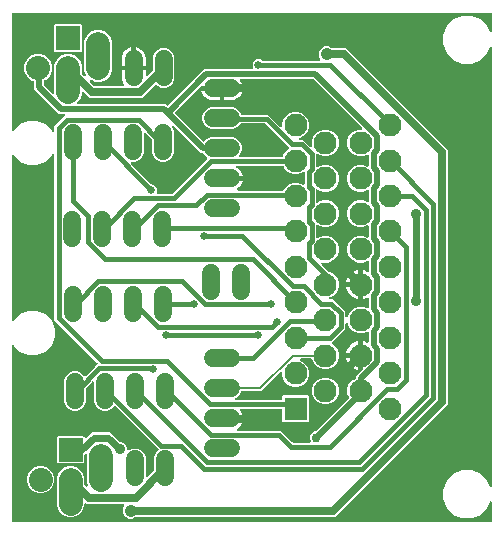
<source format=gbr>
G04 EAGLE Gerber RS-274X export*
G75*
%MOMM*%
%FSLAX34Y34*%
%LPD*%
%INTop Copper*%
%IPPOS*%
%AMOC8*
5,1,8,0,0,1.08239X$1,22.5*%
G01*
%ADD10C,1.950000*%
%ADD11R,1.950000X1.950000*%
%ADD12C,1.524000*%
%ADD13C,2.032000*%
%ADD14C,2.032000*%
%ADD15R,2.032000X2.032000*%
%ADD16C,0.400000*%
%ADD17C,0.654000*%
%ADD18C,0.500000*%
%ADD19C,0.754000*%
%ADD20C,0.600000*%
%ADD21C,0.900000*%
%ADD22C,0.700000*%
%ADD23C,1.050000*%
%ADD24C,0.152400*%

G36*
X449746Y34328D02*
X449746Y34328D01*
X449810Y34327D01*
X449885Y34348D01*
X449961Y34359D01*
X450020Y34385D01*
X450082Y34402D01*
X450148Y34443D01*
X450218Y34475D01*
X450267Y34517D01*
X450322Y34550D01*
X450374Y34608D01*
X450432Y34658D01*
X450468Y34712D01*
X450511Y34760D01*
X450544Y34829D01*
X450587Y34894D01*
X450606Y34956D01*
X450634Y35013D01*
X450645Y35083D01*
X450669Y35164D01*
X450670Y35249D01*
X450681Y35318D01*
X450681Y51038D01*
X450669Y51124D01*
X450666Y51211D01*
X450649Y51263D01*
X450641Y51317D01*
X450606Y51396D01*
X450579Y51479D01*
X450548Y51524D01*
X450525Y51574D01*
X450469Y51640D01*
X450420Y51712D01*
X450378Y51747D01*
X450342Y51789D01*
X450269Y51836D01*
X450202Y51891D01*
X450152Y51913D01*
X450106Y51943D01*
X450023Y51968D01*
X449943Y52003D01*
X449889Y52009D01*
X449836Y52025D01*
X449749Y52027D01*
X449663Y52037D01*
X449609Y52028D01*
X449554Y52029D01*
X449470Y52006D01*
X449385Y51992D01*
X449335Y51969D01*
X449282Y51954D01*
X449208Y51908D01*
X449130Y51871D01*
X449089Y51835D01*
X449042Y51806D01*
X448984Y51741D01*
X448919Y51684D01*
X448893Y51640D01*
X448853Y51596D01*
X448804Y51494D01*
X448759Y51420D01*
X446719Y46495D01*
X441005Y40781D01*
X433540Y37689D01*
X425460Y37689D01*
X417995Y40781D01*
X412281Y46495D01*
X409189Y53960D01*
X409189Y62040D01*
X412281Y69505D01*
X417995Y75219D01*
X425460Y78311D01*
X433540Y78311D01*
X441005Y75219D01*
X446719Y69505D01*
X448759Y64580D01*
X448803Y64505D01*
X448839Y64426D01*
X448874Y64384D01*
X448902Y64337D01*
X448966Y64277D01*
X449022Y64211D01*
X449068Y64181D01*
X449108Y64144D01*
X449185Y64105D01*
X449258Y64057D01*
X449311Y64041D01*
X449360Y64016D01*
X449445Y64000D01*
X449528Y63975D01*
X449583Y63974D01*
X449637Y63964D01*
X449723Y63972D01*
X449810Y63971D01*
X449863Y63985D01*
X449917Y63991D01*
X449998Y64023D01*
X450082Y64046D01*
X450129Y64075D01*
X450179Y64095D01*
X450248Y64149D01*
X450322Y64194D01*
X450358Y64235D01*
X450402Y64269D01*
X450453Y64339D01*
X450511Y64404D01*
X450535Y64453D01*
X450567Y64497D01*
X450596Y64579D01*
X450634Y64657D01*
X450642Y64708D01*
X450661Y64763D01*
X450668Y64877D01*
X450681Y64962D01*
X450681Y436038D01*
X450672Y436100D01*
X450673Y436145D01*
X450668Y436164D01*
X450666Y436211D01*
X450649Y436263D01*
X450641Y436317D01*
X450606Y436396D01*
X450579Y436479D01*
X450548Y436524D01*
X450525Y436574D01*
X450469Y436640D01*
X450420Y436712D01*
X450378Y436747D01*
X450342Y436789D01*
X450269Y436836D01*
X450202Y436891D01*
X450152Y436913D01*
X450106Y436943D01*
X450023Y436968D01*
X449943Y437003D01*
X449889Y437009D01*
X449836Y437025D01*
X449749Y437027D01*
X449663Y437037D01*
X449609Y437028D01*
X449554Y437029D01*
X449470Y437006D01*
X449385Y436992D01*
X449335Y436969D01*
X449282Y436954D01*
X449208Y436908D01*
X449130Y436871D01*
X449089Y436835D01*
X449042Y436806D01*
X448984Y436741D01*
X448919Y436684D01*
X448893Y436640D01*
X448853Y436596D01*
X448805Y436497D01*
X448768Y436441D01*
X448765Y436431D01*
X448759Y436420D01*
X446719Y431495D01*
X441005Y425781D01*
X433540Y422689D01*
X425460Y422689D01*
X417995Y425781D01*
X412281Y431495D01*
X409189Y438960D01*
X409189Y447040D01*
X412281Y454505D01*
X417995Y460219D01*
X425460Y463311D01*
X433540Y463311D01*
X441005Y460219D01*
X446719Y454505D01*
X448759Y449580D01*
X448803Y449505D01*
X448839Y449426D01*
X448874Y449384D01*
X448902Y449337D01*
X448966Y449277D01*
X449022Y449211D01*
X449068Y449181D01*
X449108Y449144D01*
X449185Y449105D01*
X449258Y449057D01*
X449311Y449041D01*
X449360Y449016D01*
X449445Y449000D01*
X449528Y448975D01*
X449583Y448974D01*
X449637Y448964D01*
X449723Y448972D01*
X449810Y448971D01*
X449863Y448985D01*
X449917Y448991D01*
X449998Y449023D01*
X450082Y449046D01*
X450129Y449075D01*
X450179Y449095D01*
X450248Y449149D01*
X450322Y449194D01*
X450358Y449235D01*
X450402Y449269D01*
X450453Y449339D01*
X450511Y449404D01*
X450535Y449453D01*
X450567Y449497D01*
X450596Y449579D01*
X450634Y449657D01*
X450642Y449708D01*
X450661Y449763D01*
X450666Y449841D01*
X450669Y449853D01*
X450670Y449888D01*
X450681Y449962D01*
X450681Y464682D01*
X450672Y464746D01*
X450673Y464810D01*
X450652Y464885D01*
X450641Y464961D01*
X450615Y465020D01*
X450598Y465082D01*
X450557Y465148D01*
X450525Y465218D01*
X450483Y465267D01*
X450450Y465322D01*
X450392Y465374D01*
X450342Y465432D01*
X450288Y465468D01*
X450240Y465511D01*
X450171Y465544D01*
X450106Y465587D01*
X450044Y465606D01*
X449987Y465634D01*
X449917Y465645D01*
X449836Y465669D01*
X449751Y465670D01*
X449682Y465681D01*
X45318Y465681D01*
X45254Y465672D01*
X45190Y465673D01*
X45115Y465652D01*
X45039Y465641D01*
X44980Y465615D01*
X44918Y465598D01*
X44852Y465557D01*
X44782Y465525D01*
X44733Y465483D01*
X44678Y465450D01*
X44626Y465392D01*
X44568Y465342D01*
X44532Y465288D01*
X44489Y465240D01*
X44456Y465171D01*
X44413Y465106D01*
X44394Y465044D01*
X44366Y464987D01*
X44355Y464917D01*
X44331Y464836D01*
X44330Y464751D01*
X44319Y464682D01*
X44319Y366834D01*
X44323Y366802D01*
X44321Y366769D01*
X44343Y366663D01*
X44359Y366554D01*
X44372Y366525D01*
X44378Y366493D01*
X44430Y366397D01*
X44475Y366297D01*
X44496Y366273D01*
X44511Y366244D01*
X44587Y366166D01*
X44658Y366083D01*
X44685Y366065D01*
X44708Y366042D01*
X44803Y365989D01*
X44894Y365929D01*
X44925Y365919D01*
X44953Y365903D01*
X45060Y365878D01*
X45164Y365846D01*
X45196Y365846D01*
X45227Y365838D01*
X45337Y365844D01*
X45446Y365842D01*
X45477Y365851D01*
X45509Y365853D01*
X45612Y365889D01*
X45718Y365918D01*
X45745Y365935D01*
X45776Y365945D01*
X45849Y365999D01*
X45958Y366066D01*
X45990Y366102D01*
X46025Y366127D01*
X51345Y371447D01*
X58258Y374311D01*
X65742Y374311D01*
X72655Y371447D01*
X77947Y366155D01*
X78373Y365127D01*
X78417Y365053D01*
X78453Y364973D01*
X78488Y364932D01*
X78516Y364885D01*
X78580Y364825D01*
X78636Y364759D01*
X78682Y364729D01*
X78722Y364692D01*
X78799Y364652D01*
X78872Y364605D01*
X78925Y364589D01*
X78974Y364564D01*
X79059Y364548D01*
X79142Y364522D01*
X79197Y364522D01*
X79251Y364511D01*
X79337Y364520D01*
X79424Y364519D01*
X79477Y364533D01*
X79531Y364539D01*
X79612Y364571D01*
X79696Y364594D01*
X79742Y364623D01*
X79793Y364643D01*
X79862Y364696D01*
X79936Y364742D01*
X79972Y364783D01*
X80016Y364816D01*
X80067Y364887D01*
X80125Y364951D01*
X80149Y365001D01*
X80181Y365045D01*
X80210Y365127D01*
X80248Y365205D01*
X80256Y365255D01*
X80275Y365311D01*
X80282Y365424D01*
X80295Y365510D01*
X80295Y369506D01*
X89107Y378317D01*
X89126Y378343D01*
X89151Y378364D01*
X89211Y378456D01*
X89276Y378543D01*
X89287Y378573D01*
X89305Y378600D01*
X89337Y378705D01*
X89376Y378807D01*
X89378Y378839D01*
X89387Y378870D01*
X89389Y378979D01*
X89397Y379088D01*
X89391Y379120D01*
X89391Y379152D01*
X89362Y379257D01*
X89340Y379364D01*
X89325Y379393D01*
X89316Y379424D01*
X89259Y379517D01*
X89207Y379613D01*
X89185Y379636D01*
X89168Y379664D01*
X89087Y379737D01*
X89011Y379815D01*
X88982Y379831D01*
X88959Y379853D01*
X88860Y379900D01*
X88765Y379954D01*
X88734Y379962D01*
X88705Y379976D01*
X88616Y379990D01*
X88491Y380019D01*
X88442Y380017D01*
X88400Y380023D01*
X84439Y380023D01*
X63031Y401431D01*
X63031Y407122D01*
X63030Y407131D01*
X63031Y407140D01*
X63010Y407270D01*
X62991Y407401D01*
X62988Y407409D01*
X62986Y407419D01*
X62929Y407538D01*
X62875Y407658D01*
X62869Y407665D01*
X62865Y407674D01*
X62777Y407772D01*
X62692Y407872D01*
X62684Y407877D01*
X62678Y407884D01*
X62612Y407924D01*
X62456Y408027D01*
X62433Y408034D01*
X62414Y408045D01*
X59881Y409094D01*
X56594Y412381D01*
X54815Y416676D01*
X54815Y421324D01*
X56594Y425619D01*
X59881Y428906D01*
X64176Y430685D01*
X68824Y430685D01*
X73119Y428906D01*
X76406Y425619D01*
X78185Y421324D01*
X78185Y416676D01*
X76406Y412381D01*
X73119Y409094D01*
X71698Y408505D01*
X71689Y408501D01*
X71680Y408498D01*
X71568Y408429D01*
X71455Y408362D01*
X71448Y408355D01*
X71440Y408350D01*
X71352Y408252D01*
X71262Y408156D01*
X71258Y408148D01*
X71251Y408141D01*
X71194Y408022D01*
X71134Y407905D01*
X71132Y407895D01*
X71128Y407887D01*
X71116Y407811D01*
X71082Y407628D01*
X71084Y407604D01*
X71081Y407582D01*
X71081Y405179D01*
X71094Y405084D01*
X71099Y404988D01*
X71114Y404945D01*
X71121Y404900D01*
X71160Y404812D01*
X71192Y404721D01*
X71217Y404687D01*
X71237Y404643D01*
X71320Y404546D01*
X71373Y404472D01*
X78509Y397336D01*
X78535Y397317D01*
X78556Y397293D01*
X78611Y397257D01*
X78655Y397217D01*
X78693Y397199D01*
X78735Y397167D01*
X78765Y397156D01*
X78792Y397138D01*
X78862Y397117D01*
X78909Y397094D01*
X78943Y397089D01*
X78999Y397068D01*
X79031Y397065D01*
X79062Y397056D01*
X79163Y397054D01*
X79213Y397046D01*
X79216Y397046D01*
X79235Y397049D01*
X79280Y397046D01*
X79312Y397052D01*
X79344Y397052D01*
X79439Y397078D01*
X79495Y397086D01*
X79513Y397094D01*
X79556Y397103D01*
X79585Y397118D01*
X79616Y397127D01*
X79699Y397178D01*
X79752Y397203D01*
X79768Y397216D01*
X79805Y397236D01*
X79828Y397258D01*
X79856Y397275D01*
X79919Y397345D01*
X79966Y397386D01*
X79979Y397405D01*
X80007Y397433D01*
X80023Y397461D01*
X80045Y397485D01*
X80084Y397565D01*
X80121Y397622D01*
X80129Y397647D01*
X80146Y397678D01*
X80154Y397709D01*
X80168Y397738D01*
X80179Y397813D01*
X80203Y397892D01*
X80204Y397921D01*
X80211Y397952D01*
X80209Y398001D01*
X80215Y398043D01*
X80215Y421324D01*
X81994Y425619D01*
X85281Y428906D01*
X89576Y430685D01*
X94224Y430685D01*
X98519Y428906D01*
X101806Y425619D01*
X103585Y421324D01*
X103585Y414475D01*
X103598Y414380D01*
X103603Y414284D01*
X103618Y414241D01*
X103625Y414196D01*
X103664Y414109D01*
X103696Y414018D01*
X103721Y413983D01*
X103741Y413939D01*
X103824Y413842D01*
X103877Y413769D01*
X105348Y412298D01*
X105417Y412246D01*
X105480Y412187D01*
X105529Y412162D01*
X105573Y412129D01*
X105654Y412099D01*
X105732Y412059D01*
X105786Y412049D01*
X105837Y412030D01*
X105924Y412023D01*
X106009Y412007D01*
X106064Y412012D01*
X106118Y412008D01*
X106203Y412026D01*
X106290Y412034D01*
X106341Y412054D01*
X106394Y412065D01*
X106471Y412106D01*
X106552Y412138D01*
X106595Y412172D01*
X106643Y412198D01*
X106706Y412259D01*
X106774Y412312D01*
X106806Y412356D01*
X106845Y412395D01*
X106888Y412470D01*
X106939Y412541D01*
X106957Y412592D01*
X106984Y412640D01*
X107004Y412725D01*
X107033Y412806D01*
X107037Y412861D01*
X107049Y412915D01*
X107045Y413001D01*
X107050Y413088D01*
X107038Y413137D01*
X107035Y413196D01*
X106998Y413304D01*
X106977Y413387D01*
X105615Y416676D01*
X105615Y441644D01*
X107394Y445939D01*
X110681Y449226D01*
X114976Y451005D01*
X119624Y451005D01*
X123919Y449226D01*
X127206Y445939D01*
X128985Y441644D01*
X128985Y416676D01*
X127206Y412381D01*
X123919Y409094D01*
X119624Y407315D01*
X114976Y407315D01*
X111687Y408677D01*
X111603Y408699D01*
X111522Y408730D01*
X111467Y408734D01*
X111414Y408747D01*
X111328Y408745D01*
X111241Y408751D01*
X111187Y408740D01*
X111132Y408738D01*
X111050Y408711D01*
X110965Y408694D01*
X110916Y408668D01*
X110864Y408651D01*
X110793Y408602D01*
X110716Y408561D01*
X110677Y408523D01*
X110631Y408492D01*
X110576Y408425D01*
X110514Y408365D01*
X110487Y408317D01*
X110452Y408274D01*
X110418Y408195D01*
X110375Y408119D01*
X110362Y408066D01*
X110341Y408015D01*
X110330Y407929D01*
X110310Y407845D01*
X110313Y407790D01*
X110306Y407735D01*
X110320Y407650D01*
X110324Y407563D01*
X110342Y407511D01*
X110351Y407457D01*
X110388Y407378D01*
X110417Y407297D01*
X110447Y407255D01*
X110472Y407202D01*
X110548Y407117D01*
X110598Y407048D01*
X113803Y403843D01*
X113879Y403786D01*
X113951Y403721D01*
X113992Y403701D01*
X114028Y403674D01*
X114118Y403640D01*
X114205Y403598D01*
X114247Y403592D01*
X114292Y403575D01*
X114420Y403565D01*
X114509Y403551D01*
X138468Y403551D01*
X138562Y403564D01*
X138657Y403569D01*
X138701Y403584D01*
X138747Y403591D01*
X138834Y403630D01*
X138923Y403661D01*
X138962Y403688D01*
X139004Y403707D01*
X139076Y403768D01*
X139154Y403823D01*
X139183Y403860D01*
X139218Y403890D01*
X139270Y403970D01*
X139330Y404044D01*
X139347Y404087D01*
X139373Y404126D01*
X139400Y404217D01*
X139437Y404305D01*
X139442Y404351D01*
X139455Y404396D01*
X139456Y404491D01*
X139466Y404585D01*
X139458Y404631D01*
X139459Y404678D01*
X139434Y404769D01*
X139417Y404863D01*
X139397Y404902D01*
X139384Y404950D01*
X139317Y405057D01*
X139276Y405137D01*
X138610Y406055D01*
X137884Y407480D01*
X137389Y409001D01*
X137139Y410580D01*
X137139Y417001D01*
X146300Y417001D01*
X146363Y417010D01*
X146428Y417009D01*
X146502Y417030D01*
X146579Y417041D01*
X146638Y417067D01*
X146700Y417084D01*
X146766Y417125D01*
X146836Y417157D01*
X146885Y417199D01*
X146940Y417232D01*
X146991Y417290D01*
X147050Y417340D01*
X147086Y417394D01*
X147129Y417442D01*
X147162Y417511D01*
X147205Y417576D01*
X147224Y417638D01*
X147252Y417695D01*
X147262Y417765D01*
X147287Y417846D01*
X147288Y417931D01*
X147299Y418000D01*
X147299Y419001D01*
X147301Y419001D01*
X147301Y418000D01*
X147310Y417939D01*
X147309Y417903D01*
X147309Y417901D01*
X147309Y417872D01*
X147330Y417797D01*
X147341Y417721D01*
X147367Y417662D01*
X147384Y417600D01*
X147425Y417534D01*
X147457Y417464D01*
X147499Y417415D01*
X147532Y417360D01*
X147590Y417308D01*
X147640Y417250D01*
X147694Y417214D01*
X147742Y417171D01*
X147811Y417138D01*
X147876Y417095D01*
X147938Y417076D01*
X147996Y417048D01*
X148065Y417037D01*
X148146Y417013D01*
X148231Y417012D01*
X148300Y417001D01*
X157461Y417001D01*
X157461Y413105D01*
X157465Y413073D01*
X157463Y413041D01*
X157485Y412934D01*
X157501Y412826D01*
X157514Y412797D01*
X157520Y412765D01*
X157572Y412668D01*
X157617Y412569D01*
X157638Y412545D01*
X157653Y412516D01*
X157729Y412438D01*
X157800Y412355D01*
X157827Y412337D01*
X157850Y412314D01*
X157945Y412260D01*
X158036Y412200D01*
X158067Y412191D01*
X158095Y412175D01*
X158202Y412150D01*
X158306Y412118D01*
X158338Y412117D01*
X158369Y412110D01*
X158479Y412116D01*
X158588Y412114D01*
X158619Y412123D01*
X158651Y412124D01*
X158754Y412160D01*
X158860Y412189D01*
X158887Y412206D01*
X158918Y412217D01*
X158990Y412270D01*
X159100Y412337D01*
X159132Y412373D01*
X159167Y412399D01*
X163263Y416495D01*
X163320Y416571D01*
X163385Y416643D01*
X163405Y416684D01*
X163432Y416720D01*
X163466Y416810D01*
X163508Y416897D01*
X163514Y416939D01*
X163531Y416984D01*
X163541Y417112D01*
X163555Y417201D01*
X163555Y428439D01*
X164947Y431800D01*
X167520Y434373D01*
X170881Y435765D01*
X174519Y435765D01*
X177880Y434373D01*
X180453Y431800D01*
X181845Y428439D01*
X181845Y409561D01*
X180453Y406200D01*
X177880Y403627D01*
X174519Y402235D01*
X170881Y402235D01*
X167520Y403627D01*
X166770Y404377D01*
X166719Y404416D01*
X166674Y404462D01*
X166607Y404500D01*
X166545Y404546D01*
X166485Y404569D01*
X166429Y404601D01*
X166353Y404619D01*
X166281Y404646D01*
X166217Y404651D01*
X166154Y404666D01*
X166077Y404662D01*
X166000Y404668D01*
X165937Y404655D01*
X165873Y404651D01*
X165799Y404626D01*
X165724Y404610D01*
X165667Y404580D01*
X165606Y404559D01*
X165549Y404517D01*
X165475Y404478D01*
X165414Y404418D01*
X165357Y404377D01*
X157717Y396737D01*
X154481Y393501D01*
X109933Y393501D01*
X105291Y398143D01*
X105265Y398163D01*
X105244Y398187D01*
X105152Y398247D01*
X105065Y398313D01*
X105035Y398324D01*
X105008Y398342D01*
X104903Y398374D01*
X104801Y398412D01*
X104769Y398415D01*
X104738Y398424D01*
X104629Y398426D01*
X104520Y398434D01*
X104488Y398427D01*
X104456Y398428D01*
X104351Y398399D01*
X104244Y398376D01*
X104215Y398361D01*
X104184Y398353D01*
X104091Y398295D01*
X103995Y398244D01*
X103972Y398221D01*
X103944Y398205D01*
X103871Y398123D01*
X103793Y398047D01*
X103777Y398019D01*
X103755Y397995D01*
X103708Y397897D01*
X103654Y397802D01*
X103646Y397770D01*
X103632Y397741D01*
X103618Y397652D01*
X103589Y397527D01*
X103591Y397479D01*
X103585Y397437D01*
X103585Y396356D01*
X101806Y392061D01*
X99523Y389779D01*
X99504Y389753D01*
X99479Y389732D01*
X99419Y389640D01*
X99354Y389553D01*
X99343Y389523D01*
X99325Y389496D01*
X99293Y389391D01*
X99254Y389289D01*
X99252Y389257D01*
X99243Y389226D01*
X99241Y389117D01*
X99233Y389008D01*
X99239Y388976D01*
X99239Y388944D01*
X99268Y388839D01*
X99290Y388732D01*
X99305Y388703D01*
X99314Y388672D01*
X99371Y388579D01*
X99423Y388483D01*
X99445Y388460D01*
X99462Y388432D01*
X99543Y388359D01*
X99619Y388281D01*
X99648Y388265D01*
X99671Y388243D01*
X99770Y388196D01*
X99865Y388142D01*
X99896Y388134D01*
X99925Y388120D01*
X100014Y388106D01*
X100139Y388077D01*
X100188Y388079D01*
X100230Y388073D01*
X174641Y388073D01*
X175315Y387398D01*
X175367Y387360D01*
X175412Y387314D01*
X175479Y387276D01*
X175541Y387229D01*
X175601Y387206D01*
X175657Y387175D01*
X175732Y387157D01*
X175805Y387130D01*
X175869Y387125D01*
X175931Y387110D01*
X176009Y387114D01*
X176086Y387108D01*
X176149Y387121D01*
X176213Y387124D01*
X176286Y387150D01*
X176362Y387165D01*
X176419Y387196D01*
X176480Y387217D01*
X176536Y387258D01*
X176611Y387298D01*
X176672Y387357D01*
X176729Y387398D01*
X207121Y417791D01*
X247386Y417791D01*
X247418Y417795D01*
X247450Y417793D01*
X247557Y417815D01*
X247665Y417831D01*
X247695Y417844D01*
X247726Y417850D01*
X247823Y417902D01*
X247922Y417947D01*
X247947Y417968D01*
X247975Y417983D01*
X248053Y418059D01*
X248137Y418130D01*
X248154Y418157D01*
X248177Y418180D01*
X248231Y418275D01*
X248291Y418366D01*
X248300Y418397D01*
X248316Y418425D01*
X248342Y418532D01*
X248373Y418636D01*
X248374Y418668D01*
X248381Y418700D01*
X248376Y418809D01*
X248377Y418918D01*
X248369Y418949D01*
X248367Y418981D01*
X248331Y419084D01*
X248302Y419190D01*
X248285Y419217D01*
X248274Y419248D01*
X248221Y419321D01*
X248189Y419372D01*
X248189Y423372D01*
X250998Y426181D01*
X254970Y426181D01*
X255947Y425203D01*
X256024Y425146D01*
X256096Y425081D01*
X256137Y425061D01*
X256173Y425034D01*
X256263Y425000D01*
X256349Y424958D01*
X256391Y424952D01*
X256437Y424935D01*
X256564Y424925D01*
X256654Y424911D01*
X304522Y424911D01*
X304554Y424915D01*
X304586Y424913D01*
X304693Y424935D01*
X304801Y424951D01*
X304831Y424964D01*
X304862Y424970D01*
X304959Y425022D01*
X305058Y425067D01*
X305083Y425088D01*
X305111Y425103D01*
X305189Y425179D01*
X305272Y425250D01*
X305290Y425277D01*
X305313Y425300D01*
X305367Y425395D01*
X305427Y425486D01*
X305436Y425517D01*
X305452Y425545D01*
X305477Y425652D01*
X305509Y425756D01*
X305510Y425788D01*
X305517Y425820D01*
X305512Y425929D01*
X305513Y426038D01*
X305504Y426069D01*
X305503Y426101D01*
X305467Y426204D01*
X305438Y426310D01*
X305421Y426337D01*
X305410Y426368D01*
X305357Y426441D01*
X305290Y426550D01*
X305254Y426582D01*
X305229Y426617D01*
X305153Y426692D01*
X304121Y429182D01*
X304121Y431878D01*
X305153Y434368D01*
X307058Y436273D01*
X309548Y437305D01*
X312244Y437305D01*
X314734Y436273D01*
X315160Y435847D01*
X315236Y435790D01*
X315308Y435725D01*
X315349Y435705D01*
X315385Y435678D01*
X315475Y435644D01*
X315561Y435602D01*
X315604Y435596D01*
X315649Y435579D01*
X315777Y435569D01*
X315866Y435555D01*
X327455Y435555D01*
X413457Y349553D01*
X413457Y134317D01*
X318311Y39171D01*
X149750Y39171D01*
X149655Y39158D01*
X149559Y39153D01*
X149516Y39138D01*
X149471Y39131D01*
X149383Y39092D01*
X149292Y39060D01*
X149258Y39035D01*
X149214Y39015D01*
X149117Y38932D01*
X149044Y38879D01*
X148618Y38453D01*
X146128Y37421D01*
X143432Y37421D01*
X140942Y38453D01*
X139037Y40358D01*
X138005Y42848D01*
X138005Y45544D01*
X139037Y48034D01*
X139137Y48133D01*
X139156Y48159D01*
X139180Y48180D01*
X139240Y48272D01*
X139306Y48359D01*
X139317Y48389D01*
X139335Y48416D01*
X139367Y48520D01*
X139405Y48623D01*
X139408Y48655D01*
X139417Y48686D01*
X139419Y48795D01*
X139427Y48904D01*
X139421Y48936D01*
X139421Y48968D01*
X139392Y49073D01*
X139370Y49180D01*
X139354Y49209D01*
X139346Y49240D01*
X139288Y49333D01*
X139237Y49429D01*
X139215Y49452D01*
X139198Y49480D01*
X139117Y49553D01*
X139040Y49631D01*
X139012Y49647D01*
X138988Y49669D01*
X138890Y49716D01*
X138795Y49770D01*
X138764Y49778D01*
X138735Y49792D01*
X138645Y49806D01*
X138521Y49835D01*
X138472Y49833D01*
X138430Y49839D01*
X107647Y49839D01*
X107291Y50195D01*
X107265Y50215D01*
X107244Y50239D01*
X107152Y50299D01*
X107065Y50365D01*
X107035Y50376D01*
X107008Y50394D01*
X106903Y50426D01*
X106801Y50464D01*
X106769Y50467D01*
X106738Y50476D01*
X106629Y50478D01*
X106520Y50486D01*
X106488Y50479D01*
X106456Y50480D01*
X106351Y50451D01*
X106244Y50428D01*
X106215Y50413D01*
X106184Y50405D01*
X106091Y50347D01*
X105995Y50296D01*
X105972Y50273D01*
X105944Y50257D01*
X105871Y50175D01*
X105793Y50099D01*
X105777Y50071D01*
X105755Y50047D01*
X105708Y49949D01*
X105654Y49854D01*
X105646Y49822D01*
X105632Y49793D01*
X105618Y49704D01*
X105589Y49579D01*
X105591Y49531D01*
X105585Y49489D01*
X105585Y47856D01*
X103806Y43561D01*
X100519Y40274D01*
X96224Y38495D01*
X91576Y38495D01*
X87281Y40274D01*
X83994Y43561D01*
X82215Y47856D01*
X82215Y72824D01*
X83994Y77119D01*
X87281Y80406D01*
X91576Y82185D01*
X96224Y82185D01*
X100519Y80406D01*
X103806Y77119D01*
X105585Y72824D01*
X105585Y66527D01*
X105598Y66432D01*
X105603Y66336D01*
X105618Y66293D01*
X105625Y66248D01*
X105664Y66161D01*
X105696Y66070D01*
X105721Y66035D01*
X105741Y65991D01*
X105824Y65894D01*
X105877Y65821D01*
X106957Y64741D01*
X107027Y64689D01*
X107090Y64629D01*
X107139Y64604D01*
X107183Y64572D01*
X107264Y64541D01*
X107341Y64502D01*
X107395Y64491D01*
X107447Y64472D01*
X107533Y64465D01*
X107619Y64449D01*
X107673Y64454D01*
X107728Y64450D01*
X107813Y64468D01*
X107899Y64476D01*
X107950Y64497D01*
X108004Y64508D01*
X108081Y64549D01*
X108161Y64581D01*
X108204Y64614D01*
X108253Y64640D01*
X108315Y64701D01*
X108384Y64754D01*
X108416Y64799D01*
X108455Y64837D01*
X108498Y64913D01*
X108549Y64983D01*
X108567Y65035D01*
X108594Y65082D01*
X108614Y65167D01*
X108643Y65249D01*
X108646Y65303D01*
X108659Y65357D01*
X108655Y65443D01*
X108660Y65530D01*
X108648Y65580D01*
X108645Y65638D01*
X108607Y65746D01*
X108587Y65830D01*
X107615Y68176D01*
X107615Y91184D01*
X107611Y91216D01*
X107613Y91248D01*
X107591Y91355D01*
X107575Y91463D01*
X107562Y91493D01*
X107556Y91524D01*
X107504Y91621D01*
X107459Y91720D01*
X107438Y91745D01*
X107423Y91773D01*
X107347Y91851D01*
X107276Y91934D01*
X107249Y91952D01*
X107226Y91975D01*
X107131Y92029D01*
X107040Y92089D01*
X107009Y92098D01*
X106981Y92114D01*
X106874Y92139D01*
X106770Y92171D01*
X106738Y92172D01*
X106707Y92179D01*
X106597Y92174D01*
X106488Y92175D01*
X106457Y92166D01*
X106425Y92165D01*
X106322Y92129D01*
X106216Y92100D01*
X106189Y92083D01*
X106158Y92072D01*
X106085Y92019D01*
X105976Y91952D01*
X105951Y91924D01*
X105944Y91920D01*
X105935Y91909D01*
X105909Y91891D01*
X105877Y91858D01*
X105820Y91782D01*
X105755Y91710D01*
X105735Y91669D01*
X105708Y91633D01*
X105674Y91543D01*
X105632Y91457D01*
X105626Y91414D01*
X105609Y91369D01*
X105599Y91241D01*
X105585Y91152D01*
X105585Y85108D01*
X104692Y84215D01*
X83108Y84215D01*
X82215Y85108D01*
X82215Y106692D01*
X83108Y107585D01*
X104692Y107585D01*
X105593Y106684D01*
X105609Y106605D01*
X105625Y106497D01*
X105638Y106467D01*
X105644Y106436D01*
X105696Y106339D01*
X105741Y106240D01*
X105762Y106215D01*
X105777Y106187D01*
X105853Y106109D01*
X105924Y106026D01*
X105951Y106008D01*
X105974Y105985D01*
X106069Y105931D01*
X106160Y105871D01*
X106191Y105862D01*
X106219Y105846D01*
X106325Y105821D01*
X106430Y105789D01*
X106462Y105788D01*
X106493Y105781D01*
X106603Y105786D01*
X106712Y105785D01*
X106743Y105794D01*
X106775Y105795D01*
X106878Y105831D01*
X106984Y105860D01*
X107011Y105877D01*
X107042Y105888D01*
X107115Y105941D01*
X107224Y106008D01*
X107256Y106044D01*
X107291Y106069D01*
X108721Y107500D01*
X111664Y110443D01*
X127604Y110443D01*
X135718Y102329D01*
X135794Y102272D01*
X135866Y102207D01*
X135907Y102187D01*
X135943Y102160D01*
X136033Y102126D01*
X136119Y102084D01*
X136162Y102078D01*
X136207Y102061D01*
X136335Y102051D01*
X136424Y102037D01*
X136834Y102037D01*
X139049Y101119D01*
X140743Y99425D01*
X141661Y97210D01*
X141661Y96264D01*
X141670Y96201D01*
X141669Y96144D01*
X141682Y96096D01*
X141689Y96028D01*
X141697Y96007D01*
X141701Y95984D01*
X141733Y95912D01*
X141744Y95873D01*
X141763Y95841D01*
X141793Y95766D01*
X141807Y95748D01*
X141817Y95727D01*
X141878Y95656D01*
X141892Y95633D01*
X141910Y95616D01*
X141967Y95544D01*
X141985Y95531D01*
X142000Y95513D01*
X142089Y95455D01*
X142102Y95444D01*
X142115Y95437D01*
X142196Y95379D01*
X142217Y95371D01*
X142236Y95359D01*
X142346Y95325D01*
X142355Y95321D01*
X142363Y95319D01*
X142461Y95284D01*
X142484Y95283D01*
X142506Y95276D01*
X142624Y95275D01*
X142743Y95268D01*
X142764Y95273D01*
X142788Y95273D01*
X142905Y95305D01*
X142960Y95313D01*
X142997Y95329D01*
X143042Y95340D01*
X146481Y96765D01*
X150119Y96765D01*
X153480Y95373D01*
X156053Y92800D01*
X157445Y89439D01*
X157445Y73237D01*
X157449Y73205D01*
X157447Y73173D01*
X157469Y73066D01*
X157485Y72958D01*
X157498Y72929D01*
X157504Y72897D01*
X157556Y72801D01*
X157601Y72701D01*
X157622Y72677D01*
X157637Y72648D01*
X157713Y72570D01*
X157784Y72487D01*
X157811Y72469D01*
X157834Y72446D01*
X157928Y72392D01*
X158020Y72332D01*
X158051Y72323D01*
X158079Y72307D01*
X158185Y72282D01*
X158290Y72250D01*
X158322Y72249D01*
X158353Y72242D01*
X158463Y72248D01*
X158572Y72246D01*
X158603Y72255D01*
X158635Y72256D01*
X158738Y72292D01*
X158844Y72321D01*
X158871Y72338D01*
X158902Y72349D01*
X158975Y72402D01*
X159084Y72469D01*
X159116Y72505D01*
X159151Y72531D01*
X159755Y73135D01*
X159755Y73136D01*
X164263Y77643D01*
X164320Y77719D01*
X164385Y77791D01*
X164405Y77832D01*
X164432Y77868D01*
X164466Y77958D01*
X164508Y78045D01*
X164514Y78087D01*
X164531Y78132D01*
X164541Y78260D01*
X164555Y78349D01*
X164555Y89439D01*
X165947Y92800D01*
X168249Y95101D01*
X168287Y95153D01*
X168333Y95198D01*
X168372Y95265D01*
X168418Y95327D01*
X168441Y95387D01*
X168472Y95443D01*
X168490Y95518D01*
X168518Y95591D01*
X168523Y95655D01*
X168537Y95717D01*
X168533Y95795D01*
X168539Y95872D01*
X168526Y95935D01*
X168523Y95999D01*
X168498Y96072D01*
X168482Y96148D01*
X168452Y96205D01*
X168431Y96266D01*
X168389Y96322D01*
X168349Y96397D01*
X168290Y96458D01*
X168249Y96515D01*
X166871Y97893D01*
X166870Y97893D01*
X132015Y132749D01*
X131963Y132787D01*
X131918Y132833D01*
X131851Y132872D01*
X131789Y132918D01*
X131729Y132941D01*
X131673Y132972D01*
X131598Y132990D01*
X131525Y133018D01*
X131461Y133023D01*
X131398Y133037D01*
X131321Y133033D01*
X131244Y133039D01*
X131181Y133026D01*
X131117Y133023D01*
X131044Y132998D01*
X130968Y132982D01*
X130911Y132952D01*
X130850Y132931D01*
X130794Y132889D01*
X130719Y132849D01*
X130658Y132790D01*
X130601Y132749D01*
X127980Y130127D01*
X124619Y128735D01*
X120981Y128735D01*
X117620Y130127D01*
X115047Y132700D01*
X113655Y136061D01*
X113655Y152740D01*
X113651Y152772D01*
X113653Y152804D01*
X113631Y152911D01*
X113615Y153019D01*
X113602Y153049D01*
X113596Y153080D01*
X113544Y153177D01*
X113499Y153276D01*
X113478Y153301D01*
X113463Y153329D01*
X113387Y153407D01*
X113316Y153491D01*
X113289Y153508D01*
X113266Y153531D01*
X113171Y153585D01*
X113080Y153645D01*
X113049Y153655D01*
X113021Y153670D01*
X112914Y153696D01*
X112810Y153727D01*
X112778Y153728D01*
X112747Y153735D01*
X112637Y153730D01*
X112528Y153731D01*
X112497Y153723D01*
X112465Y153721D01*
X112362Y153685D01*
X112256Y153656D01*
X112229Y153639D01*
X112198Y153628D01*
X112125Y153575D01*
X112016Y153508D01*
X111984Y153472D01*
X111949Y153447D01*
X106837Y148335D01*
X106780Y148258D01*
X106715Y148186D01*
X106695Y148146D01*
X106668Y148109D01*
X106634Y148019D01*
X106592Y147933D01*
X106586Y147891D01*
X106569Y147845D01*
X106559Y147718D01*
X106545Y147628D01*
X106545Y136061D01*
X105153Y132700D01*
X102580Y130127D01*
X99219Y128735D01*
X95581Y128735D01*
X92220Y130127D01*
X89647Y132700D01*
X88255Y136061D01*
X88255Y154939D01*
X89647Y158300D01*
X92220Y160873D01*
X95581Y162265D01*
X99219Y162265D01*
X102580Y160873D01*
X105286Y158166D01*
X105338Y158128D01*
X105383Y158082D01*
X105450Y158043D01*
X105512Y157997D01*
X105572Y157974D01*
X105628Y157943D01*
X105703Y157925D01*
X105776Y157897D01*
X105840Y157892D01*
X105902Y157878D01*
X105980Y157882D01*
X106057Y157876D01*
X106120Y157889D01*
X106184Y157892D01*
X106257Y157917D01*
X106333Y157933D01*
X106390Y157963D01*
X106451Y157984D01*
X106507Y158026D01*
X106582Y158066D01*
X106643Y158125D01*
X106700Y158166D01*
X114293Y165759D01*
X116610Y168076D01*
X116648Y168128D01*
X116695Y168173D01*
X116733Y168240D01*
X116779Y168302D01*
X116802Y168362D01*
X116834Y168419D01*
X116851Y168494D01*
X116879Y168566D01*
X116883Y168630D01*
X116898Y168693D01*
X116894Y168770D01*
X116900Y168847D01*
X116887Y168910D01*
X116884Y168975D01*
X116858Y169048D01*
X116843Y169123D01*
X116812Y169180D01*
X116791Y169241D01*
X116750Y169298D01*
X116710Y169372D01*
X116651Y169433D01*
X116609Y169490D01*
X116579Y169521D01*
X80295Y205804D01*
X80295Y345490D01*
X80283Y345576D01*
X80280Y345663D01*
X80263Y345715D01*
X80255Y345770D01*
X80220Y345849D01*
X80193Y345931D01*
X80162Y345977D01*
X80139Y346027D01*
X80083Y346092D01*
X80034Y346164D01*
X79991Y346199D01*
X79956Y346241D01*
X79883Y346288D01*
X79816Y346344D01*
X79766Y346365D01*
X79720Y346395D01*
X79637Y346421D01*
X79557Y346455D01*
X79503Y346462D01*
X79450Y346478D01*
X79363Y346479D01*
X79277Y346489D01*
X79223Y346481D01*
X79168Y346481D01*
X79084Y346458D01*
X78999Y346444D01*
X78949Y346421D01*
X78896Y346406D01*
X78822Y346361D01*
X78744Y346323D01*
X78703Y346287D01*
X78656Y346258D01*
X78598Y346194D01*
X78533Y346136D01*
X78507Y346092D01*
X78467Y346049D01*
X78418Y345946D01*
X78373Y345873D01*
X77947Y344845D01*
X72655Y339553D01*
X65742Y336689D01*
X58258Y336689D01*
X51345Y339553D01*
X46025Y344873D01*
X45999Y344892D01*
X45978Y344917D01*
X45886Y344977D01*
X45799Y345042D01*
X45769Y345054D01*
X45742Y345071D01*
X45637Y345103D01*
X45535Y345142D01*
X45503Y345144D01*
X45472Y345154D01*
X45363Y345155D01*
X45254Y345164D01*
X45222Y345157D01*
X45190Y345158D01*
X45085Y345128D01*
X44978Y345106D01*
X44949Y345091D01*
X44918Y345082D01*
X44825Y345025D01*
X44729Y344974D01*
X44706Y344951D01*
X44678Y344934D01*
X44605Y344853D01*
X44527Y344777D01*
X44511Y344749D01*
X44489Y344725D01*
X44442Y344627D01*
X44388Y344531D01*
X44380Y344500D01*
X44366Y344471D01*
X44352Y344382D01*
X44323Y344257D01*
X44325Y344209D01*
X44319Y344166D01*
X44319Y205834D01*
X44323Y205802D01*
X44321Y205769D01*
X44343Y205663D01*
X44359Y205554D01*
X44372Y205525D01*
X44378Y205493D01*
X44430Y205397D01*
X44475Y205297D01*
X44496Y205273D01*
X44511Y205244D01*
X44587Y205166D01*
X44658Y205083D01*
X44685Y205065D01*
X44708Y205042D01*
X44803Y204989D01*
X44894Y204929D01*
X44925Y204919D01*
X44953Y204903D01*
X45060Y204878D01*
X45164Y204846D01*
X45196Y204846D01*
X45227Y204838D01*
X45337Y204844D01*
X45446Y204842D01*
X45477Y204851D01*
X45509Y204853D01*
X45612Y204889D01*
X45718Y204918D01*
X45745Y204935D01*
X45776Y204945D01*
X45849Y204999D01*
X45958Y205066D01*
X45990Y205102D01*
X46025Y205127D01*
X51345Y210447D01*
X58258Y213311D01*
X65742Y213311D01*
X72655Y210447D01*
X77947Y205155D01*
X80811Y198242D01*
X80811Y190758D01*
X77947Y183845D01*
X72655Y178553D01*
X65742Y175689D01*
X58258Y175689D01*
X51345Y178553D01*
X46025Y183873D01*
X45999Y183892D01*
X45978Y183917D01*
X45886Y183977D01*
X45799Y184042D01*
X45769Y184054D01*
X45742Y184071D01*
X45637Y184103D01*
X45535Y184142D01*
X45503Y184144D01*
X45472Y184154D01*
X45363Y184155D01*
X45254Y184164D01*
X45222Y184157D01*
X45190Y184158D01*
X45085Y184128D01*
X44978Y184106D01*
X44949Y184091D01*
X44918Y184082D01*
X44825Y184025D01*
X44729Y183974D01*
X44706Y183951D01*
X44678Y183934D01*
X44605Y183853D01*
X44527Y183777D01*
X44511Y183749D01*
X44489Y183725D01*
X44442Y183627D01*
X44388Y183531D01*
X44380Y183500D01*
X44366Y183471D01*
X44352Y183382D01*
X44323Y183257D01*
X44325Y183209D01*
X44319Y183166D01*
X44319Y35318D01*
X44328Y35254D01*
X44327Y35190D01*
X44348Y35115D01*
X44359Y35039D01*
X44385Y34980D01*
X44402Y34918D01*
X44443Y34852D01*
X44475Y34782D01*
X44517Y34733D01*
X44550Y34678D01*
X44608Y34626D01*
X44658Y34568D01*
X44712Y34532D01*
X44760Y34489D01*
X44829Y34456D01*
X44894Y34413D01*
X44956Y34394D01*
X45013Y34366D01*
X45083Y34355D01*
X45164Y34331D01*
X45249Y34330D01*
X45318Y34319D01*
X449682Y34319D01*
X449746Y34328D01*
G37*
G36*
X327685Y207883D02*
X327685Y207883D01*
X327740Y207882D01*
X327824Y207905D01*
X327909Y207919D01*
X327959Y207943D01*
X328012Y207957D01*
X328085Y208003D01*
X328164Y208040D01*
X328205Y208077D01*
X328252Y208106D01*
X328310Y208170D01*
X328375Y208228D01*
X328401Y208271D01*
X328441Y208315D01*
X328490Y208417D01*
X328535Y208491D01*
X329942Y211887D01*
X333113Y215058D01*
X337257Y216775D01*
X341743Y216775D01*
X345114Y215378D01*
X345228Y215349D01*
X345342Y215314D01*
X345365Y215314D01*
X345387Y215308D01*
X345505Y215312D01*
X345624Y215311D01*
X345646Y215317D01*
X345669Y215317D01*
X345781Y215354D01*
X345896Y215386D01*
X345915Y215398D01*
X345937Y215405D01*
X346035Y215472D01*
X346136Y215534D01*
X346151Y215551D01*
X346170Y215564D01*
X346245Y215655D01*
X346325Y215743D01*
X346335Y215764D01*
X346349Y215781D01*
X346396Y215890D01*
X346448Y215997D01*
X346451Y216018D01*
X346461Y216041D01*
X346483Y216225D01*
X346495Y216302D01*
X346495Y223639D01*
X346493Y223656D01*
X346495Y223673D01*
X346473Y223795D01*
X346455Y223919D01*
X346449Y223934D01*
X346446Y223950D01*
X346390Y224063D01*
X346339Y224176D01*
X346328Y224188D01*
X346321Y224203D01*
X346237Y224296D01*
X346156Y224390D01*
X346142Y224399D01*
X346131Y224411D01*
X346024Y224476D01*
X345920Y224544D01*
X345904Y224549D01*
X345890Y224558D01*
X345769Y224590D01*
X345650Y224627D01*
X345634Y224627D01*
X345617Y224631D01*
X345492Y224629D01*
X345368Y224630D01*
X345352Y224626D01*
X345335Y224626D01*
X345251Y224598D01*
X345096Y224555D01*
X345069Y224539D01*
X345042Y224530D01*
X344218Y224110D01*
X342378Y223512D01*
X341499Y223373D01*
X341499Y234500D01*
X341490Y234563D01*
X341491Y234628D01*
X341470Y234702D01*
X341459Y234779D01*
X341433Y234838D01*
X341416Y234900D01*
X341375Y234966D01*
X341343Y235036D01*
X341301Y235085D01*
X341268Y235140D01*
X341210Y235191D01*
X341160Y235250D01*
X341106Y235286D01*
X341058Y235329D01*
X340989Y235362D01*
X340924Y235405D01*
X340862Y235424D01*
X340805Y235452D01*
X340735Y235462D01*
X340654Y235487D01*
X340569Y235488D01*
X340500Y235499D01*
X339499Y235499D01*
X339499Y235501D01*
X340500Y235501D01*
X340564Y235510D01*
X340628Y235509D01*
X340703Y235530D01*
X340779Y235541D01*
X340838Y235567D01*
X340900Y235584D01*
X340966Y235625D01*
X341036Y235657D01*
X341085Y235699D01*
X341140Y235732D01*
X341192Y235790D01*
X341250Y235840D01*
X341286Y235894D01*
X341329Y235942D01*
X341362Y236011D01*
X341405Y236076D01*
X341424Y236138D01*
X341452Y236196D01*
X341462Y236265D01*
X341487Y236346D01*
X341488Y236431D01*
X341499Y236500D01*
X341499Y247627D01*
X342378Y247488D01*
X344218Y246890D01*
X345042Y246470D01*
X345058Y246465D01*
X345072Y246456D01*
X345191Y246419D01*
X345309Y246379D01*
X345326Y246378D01*
X345342Y246373D01*
X345467Y246372D01*
X345591Y246366D01*
X345607Y246370D01*
X345624Y246370D01*
X345744Y246403D01*
X345865Y246432D01*
X345880Y246440D01*
X345896Y246445D01*
X346002Y246510D01*
X346110Y246572D01*
X346122Y246584D01*
X346136Y246593D01*
X346219Y246685D01*
X346306Y246775D01*
X346313Y246790D01*
X346325Y246802D01*
X346379Y246914D01*
X346437Y247025D01*
X346440Y247041D01*
X346448Y247056D01*
X346461Y247144D01*
X346493Y247301D01*
X346491Y247333D01*
X346495Y247361D01*
X346495Y254698D01*
X346479Y254816D01*
X346467Y254934D01*
X346459Y254955D01*
X346455Y254978D01*
X346407Y255086D01*
X346363Y255196D01*
X346349Y255214D01*
X346339Y255235D01*
X346262Y255325D01*
X346189Y255418D01*
X346171Y255431D01*
X346156Y255449D01*
X346057Y255514D01*
X345960Y255583D01*
X345939Y255591D01*
X345920Y255603D01*
X345806Y255638D01*
X345695Y255678D01*
X345672Y255679D01*
X345650Y255686D01*
X345532Y255687D01*
X345413Y255694D01*
X345392Y255689D01*
X345368Y255689D01*
X345189Y255640D01*
X345114Y255622D01*
X341743Y254225D01*
X337257Y254225D01*
X333113Y255942D01*
X329942Y259113D01*
X328225Y263257D01*
X328225Y267743D01*
X329942Y271887D01*
X333113Y275058D01*
X337257Y276775D01*
X341743Y276775D01*
X345114Y275378D01*
X345228Y275349D01*
X345342Y275314D01*
X345365Y275314D01*
X345387Y275308D01*
X345505Y275312D01*
X345624Y275311D01*
X345646Y275317D01*
X345669Y275317D01*
X345781Y275354D01*
X345896Y275386D01*
X345915Y275398D01*
X345937Y275405D01*
X346035Y275472D01*
X346136Y275534D01*
X346151Y275551D01*
X346170Y275564D01*
X346245Y275655D01*
X346325Y275743D01*
X346335Y275764D01*
X346349Y275781D01*
X346396Y275890D01*
X346448Y275997D01*
X346451Y276018D01*
X346461Y276041D01*
X346483Y276225D01*
X346495Y276302D01*
X346495Y284698D01*
X346479Y284816D01*
X346467Y284934D01*
X346459Y284955D01*
X346455Y284978D01*
X346407Y285086D01*
X346363Y285196D01*
X346349Y285214D01*
X346339Y285235D01*
X346262Y285325D01*
X346189Y285418D01*
X346171Y285431D01*
X346156Y285449D01*
X346057Y285514D01*
X345960Y285583D01*
X345939Y285591D01*
X345920Y285603D01*
X345806Y285638D01*
X345695Y285678D01*
X345672Y285679D01*
X345650Y285686D01*
X345532Y285687D01*
X345413Y285694D01*
X345392Y285689D01*
X345368Y285689D01*
X345189Y285640D01*
X345114Y285622D01*
X341743Y284225D01*
X337257Y284225D01*
X333113Y285942D01*
X329942Y289113D01*
X328225Y293257D01*
X328225Y297743D01*
X329942Y301887D01*
X333113Y305058D01*
X337257Y306775D01*
X341743Y306775D01*
X345114Y305378D01*
X345228Y305349D01*
X345342Y305314D01*
X345365Y305314D01*
X345387Y305308D01*
X345505Y305312D01*
X345624Y305311D01*
X345646Y305317D01*
X345669Y305317D01*
X345781Y305354D01*
X345896Y305386D01*
X345915Y305398D01*
X345937Y305405D01*
X346035Y305472D01*
X346136Y305534D01*
X346151Y305551D01*
X346170Y305564D01*
X346245Y305655D01*
X346325Y305743D01*
X346335Y305764D01*
X346349Y305781D01*
X346396Y305890D01*
X346448Y305997D01*
X346451Y306018D01*
X346461Y306041D01*
X346483Y306225D01*
X346495Y306302D01*
X346495Y314698D01*
X346479Y314816D01*
X346467Y314934D01*
X346459Y314955D01*
X346455Y314978D01*
X346407Y315086D01*
X346363Y315196D01*
X346349Y315214D01*
X346339Y315235D01*
X346262Y315325D01*
X346189Y315418D01*
X346171Y315431D01*
X346156Y315449D01*
X346057Y315514D01*
X345960Y315583D01*
X345939Y315591D01*
X345920Y315603D01*
X345806Y315638D01*
X345695Y315678D01*
X345672Y315679D01*
X345650Y315686D01*
X345532Y315687D01*
X345413Y315694D01*
X345392Y315689D01*
X345368Y315689D01*
X345189Y315640D01*
X345114Y315622D01*
X341743Y314225D01*
X337257Y314225D01*
X333113Y315942D01*
X329942Y319113D01*
X328225Y323257D01*
X328225Y327743D01*
X329942Y331887D01*
X333113Y335058D01*
X337257Y336775D01*
X341743Y336775D01*
X345114Y335378D01*
X345228Y335349D01*
X345342Y335314D01*
X345365Y335314D01*
X345387Y335308D01*
X345505Y335312D01*
X345624Y335311D01*
X345646Y335317D01*
X345669Y335317D01*
X345781Y335354D01*
X345896Y335386D01*
X345915Y335398D01*
X345937Y335405D01*
X346035Y335472D01*
X346136Y335534D01*
X346151Y335551D01*
X346170Y335564D01*
X346245Y335655D01*
X346325Y335743D01*
X346335Y335764D01*
X346349Y335781D01*
X346396Y335890D01*
X346448Y335997D01*
X346451Y336018D01*
X346461Y336041D01*
X346483Y336225D01*
X346495Y336302D01*
X346495Y344698D01*
X346479Y344816D01*
X346467Y344934D01*
X346459Y344955D01*
X346455Y344978D01*
X346407Y345085D01*
X346363Y345196D01*
X346349Y345214D01*
X346339Y345235D01*
X346262Y345325D01*
X346189Y345418D01*
X346171Y345431D01*
X346156Y345449D01*
X346057Y345514D01*
X345960Y345583D01*
X345939Y345591D01*
X345920Y345603D01*
X345806Y345638D01*
X345695Y345678D01*
X345672Y345679D01*
X345650Y345686D01*
X345532Y345687D01*
X345413Y345694D01*
X345392Y345689D01*
X345368Y345689D01*
X345189Y345640D01*
X345114Y345622D01*
X341743Y344225D01*
X337257Y344225D01*
X333113Y345942D01*
X329942Y349113D01*
X328225Y353257D01*
X328225Y357743D01*
X329942Y361887D01*
X333113Y365058D01*
X337257Y366775D01*
X339877Y366775D01*
X339909Y366779D01*
X339941Y366777D01*
X340048Y366799D01*
X340156Y366815D01*
X340186Y366828D01*
X340217Y366834D01*
X340314Y366886D01*
X340413Y366931D01*
X340438Y366952D01*
X340466Y366967D01*
X340545Y367043D01*
X340627Y367114D01*
X340645Y367141D01*
X340668Y367164D01*
X340722Y367259D01*
X340782Y367350D01*
X340791Y367381D01*
X340807Y367409D01*
X340832Y367516D01*
X340864Y367620D01*
X340865Y367652D01*
X340872Y367683D01*
X340867Y367793D01*
X340868Y367902D01*
X340860Y367933D01*
X340858Y367965D01*
X340822Y368068D01*
X340793Y368174D01*
X340776Y368201D01*
X340765Y368232D01*
X340712Y368305D01*
X340645Y368414D01*
X340609Y368446D01*
X340584Y368481D01*
X299616Y409449D01*
X299539Y409506D01*
X299467Y409571D01*
X299426Y409591D01*
X299390Y409618D01*
X299300Y409652D01*
X299214Y409694D01*
X299172Y409700D01*
X299126Y409717D01*
X298998Y409727D01*
X298909Y409741D01*
X238371Y409741D01*
X238277Y409728D01*
X238182Y409723D01*
X238138Y409708D01*
X238092Y409701D01*
X238005Y409662D01*
X237915Y409631D01*
X237877Y409604D01*
X237835Y409585D01*
X237763Y409524D01*
X237685Y409469D01*
X237656Y409432D01*
X237620Y409402D01*
X237568Y409322D01*
X237509Y409248D01*
X237491Y409205D01*
X237466Y409166D01*
X237438Y409075D01*
X237402Y408987D01*
X237397Y408941D01*
X237384Y408896D01*
X237382Y408801D01*
X237372Y408707D01*
X237380Y408661D01*
X237380Y408614D01*
X237405Y408523D01*
X237422Y408429D01*
X237442Y408390D01*
X237455Y408342D01*
X237521Y408235D01*
X237562Y408155D01*
X238310Y407125D01*
X239036Y405700D01*
X239531Y404179D01*
X239591Y403799D01*
X223000Y403799D01*
X222937Y403790D01*
X222872Y403791D01*
X222798Y403770D01*
X222721Y403759D01*
X222662Y403733D01*
X222600Y403716D01*
X222534Y403675D01*
X222464Y403643D01*
X222415Y403601D01*
X222360Y403568D01*
X222309Y403510D01*
X222250Y403460D01*
X222214Y403406D01*
X222171Y403358D01*
X222138Y403289D01*
X222095Y403224D01*
X222076Y403162D01*
X222048Y403105D01*
X222038Y403035D01*
X222013Y402954D01*
X222012Y402869D01*
X222001Y402800D01*
X222001Y401799D01*
X221999Y401799D01*
X221999Y402800D01*
X221990Y402864D01*
X221991Y402928D01*
X221970Y403003D01*
X221959Y403079D01*
X221933Y403138D01*
X221916Y403200D01*
X221875Y403266D01*
X221843Y403336D01*
X221801Y403385D01*
X221768Y403440D01*
X221710Y403492D01*
X221660Y403550D01*
X221606Y403586D01*
X221558Y403629D01*
X221489Y403662D01*
X221424Y403705D01*
X221362Y403724D01*
X221304Y403752D01*
X221235Y403762D01*
X221154Y403787D01*
X221069Y403788D01*
X221000Y403799D01*
X204927Y403799D01*
X204832Y403786D01*
X204736Y403781D01*
X204693Y403766D01*
X204648Y403759D01*
X204560Y403720D01*
X204469Y403688D01*
X204435Y403663D01*
X204391Y403643D01*
X204293Y403560D01*
X204220Y403507D01*
X182420Y381707D01*
X182382Y381655D01*
X182336Y381610D01*
X182298Y381543D01*
X182251Y381481D01*
X182228Y381421D01*
X182197Y381365D01*
X182179Y381290D01*
X182152Y381217D01*
X182147Y381153D01*
X182132Y381091D01*
X182136Y381013D01*
X182130Y380936D01*
X182143Y380873D01*
X182146Y380809D01*
X182172Y380736D01*
X182187Y380660D01*
X182218Y380603D01*
X182239Y380542D01*
X182280Y380486D01*
X182320Y380411D01*
X182379Y380350D01*
X182420Y380293D01*
X205874Y356840D01*
X205925Y356801D01*
X205970Y356755D01*
X206038Y356717D01*
X206100Y356670D01*
X206160Y356648D01*
X206216Y356616D01*
X206291Y356598D01*
X206363Y356571D01*
X206427Y356566D01*
X206490Y356551D01*
X206568Y356555D01*
X206645Y356549D01*
X206708Y356562D01*
X206772Y356566D01*
X206845Y356591D01*
X206921Y356607D01*
X206978Y356637D01*
X207038Y356658D01*
X207095Y356699D01*
X207170Y356739D01*
X207230Y356798D01*
X207287Y356840D01*
X209200Y358753D01*
X212561Y360145D01*
X231439Y360145D01*
X234800Y358753D01*
X237373Y356180D01*
X238765Y352819D01*
X238765Y349181D01*
X237373Y345820D01*
X236635Y345083D01*
X236616Y345057D01*
X236591Y345036D01*
X236531Y344944D01*
X236466Y344857D01*
X236455Y344827D01*
X236437Y344800D01*
X236405Y344695D01*
X236366Y344593D01*
X236364Y344561D01*
X236354Y344530D01*
X236353Y344421D01*
X236345Y344312D01*
X236351Y344280D01*
X236351Y344248D01*
X236380Y344143D01*
X236402Y344036D01*
X236417Y344007D01*
X236426Y343976D01*
X236483Y343883D01*
X236535Y343787D01*
X236557Y343764D01*
X236574Y343736D01*
X236655Y343663D01*
X236731Y343585D01*
X236759Y343569D01*
X236783Y343547D01*
X236881Y343500D01*
X236977Y343446D01*
X237008Y343438D01*
X237037Y343424D01*
X237127Y343410D01*
X237251Y343381D01*
X237300Y343383D01*
X237342Y343377D01*
X272820Y343377D01*
X272830Y343378D01*
X272839Y343377D01*
X272969Y343398D01*
X273099Y343417D01*
X273108Y343420D01*
X273117Y343422D01*
X273237Y343479D01*
X273356Y343533D01*
X273364Y343539D01*
X273372Y343543D01*
X273471Y343631D01*
X273571Y343716D01*
X273576Y343724D01*
X273583Y343730D01*
X273623Y343796D01*
X273725Y343952D01*
X273732Y343975D01*
X273743Y343994D01*
X274942Y346887D01*
X278113Y350058D01*
X278395Y350175D01*
X278481Y350226D01*
X278507Y350238D01*
X278517Y350246D01*
X278601Y350291D01*
X278618Y350307D01*
X278637Y350318D01*
X278718Y350405D01*
X278803Y350488D01*
X278815Y350507D01*
X278830Y350524D01*
X278884Y350630D01*
X278942Y350733D01*
X278948Y350755D01*
X278958Y350775D01*
X278980Y350892D01*
X279007Y351007D01*
X279006Y351030D01*
X279010Y351053D01*
X278999Y351170D01*
X278993Y351289D01*
X278986Y351311D01*
X278983Y351333D01*
X278939Y351443D01*
X278901Y351556D01*
X278888Y351573D01*
X278879Y351595D01*
X278764Y351742D01*
X278719Y351804D01*
X258675Y371849D01*
X258598Y371906D01*
X258526Y371971D01*
X258486Y371991D01*
X258449Y372018D01*
X258359Y372052D01*
X258273Y372094D01*
X258231Y372100D01*
X258185Y372117D01*
X258058Y372127D01*
X257968Y372141D01*
X238422Y372141D01*
X238412Y372140D01*
X238403Y372141D01*
X238273Y372120D01*
X238143Y372101D01*
X238134Y372098D01*
X238125Y372096D01*
X238005Y372039D01*
X237886Y371985D01*
X237879Y371979D01*
X237870Y371975D01*
X237771Y371887D01*
X237671Y371802D01*
X237666Y371794D01*
X237659Y371788D01*
X237619Y371722D01*
X237517Y371566D01*
X237510Y371543D01*
X237499Y371524D01*
X237373Y371220D01*
X234800Y368647D01*
X231439Y367255D01*
X212561Y367255D01*
X209200Y368647D01*
X206627Y371220D01*
X205235Y374581D01*
X205235Y378219D01*
X206627Y381580D01*
X209200Y384153D01*
X212561Y385545D01*
X231439Y385545D01*
X234800Y384153D01*
X237373Y381580D01*
X238107Y379808D01*
X238112Y379799D01*
X238114Y379790D01*
X238183Y379678D01*
X238250Y379565D01*
X238257Y379558D01*
X238262Y379550D01*
X238360Y379462D01*
X238456Y379372D01*
X238464Y379368D01*
X238472Y379361D01*
X238590Y379304D01*
X238707Y379244D01*
X238717Y379242D01*
X238725Y379238D01*
X238801Y379226D01*
X238985Y379192D01*
X239009Y379194D01*
X239030Y379191D01*
X261302Y379191D01*
X271519Y368973D01*
X271545Y368954D01*
X271566Y368929D01*
X271658Y368869D01*
X271745Y368804D01*
X271775Y368793D01*
X271802Y368775D01*
X271907Y368743D01*
X272009Y368704D01*
X272041Y368702D01*
X272072Y368693D01*
X272181Y368691D01*
X272290Y368683D01*
X272322Y368689D01*
X272354Y368689D01*
X272459Y368718D01*
X272566Y368740D01*
X272595Y368755D01*
X272626Y368764D01*
X272719Y368821D01*
X272815Y368873D01*
X272838Y368895D01*
X272866Y368912D01*
X272939Y368993D01*
X273017Y369069D01*
X273033Y369098D01*
X273055Y369121D01*
X273102Y369220D01*
X273156Y369315D01*
X273164Y369346D01*
X273178Y369375D01*
X273192Y369464D01*
X273221Y369589D01*
X273219Y369638D01*
X273225Y369680D01*
X273225Y372743D01*
X274942Y376887D01*
X278113Y380058D01*
X282257Y381775D01*
X286743Y381775D01*
X290887Y380058D01*
X294058Y376887D01*
X295775Y372743D01*
X295775Y368257D01*
X294058Y364113D01*
X290887Y360942D01*
X288075Y359777D01*
X288000Y359733D01*
X287921Y359697D01*
X287880Y359662D01*
X287832Y359634D01*
X287773Y359570D01*
X287707Y359514D01*
X287677Y359468D01*
X287639Y359428D01*
X287600Y359351D01*
X287553Y359278D01*
X287537Y359225D01*
X287512Y359176D01*
X287495Y359091D01*
X287470Y359008D01*
X287469Y358953D01*
X287459Y358899D01*
X287468Y358813D01*
X287466Y358726D01*
X287481Y358673D01*
X287486Y358619D01*
X287518Y358538D01*
X287542Y358454D01*
X287571Y358407D01*
X287591Y358357D01*
X287644Y358288D01*
X287690Y358214D01*
X287731Y358178D01*
X287764Y358134D01*
X287835Y358083D01*
X287899Y358025D01*
X287948Y358001D01*
X287993Y357969D01*
X288075Y357940D01*
X288153Y357902D01*
X288203Y357894D01*
X288259Y357875D01*
X288372Y357868D01*
X288457Y357855D01*
X291020Y357855D01*
X296519Y352355D01*
X296545Y352336D01*
X296566Y352311D01*
X296627Y352272D01*
X296650Y352251D01*
X296674Y352239D01*
X296745Y352186D01*
X296775Y352175D01*
X296802Y352157D01*
X296907Y352125D01*
X297009Y352086D01*
X297041Y352084D01*
X297072Y352075D01*
X297181Y352073D01*
X297290Y352065D01*
X297322Y352071D01*
X297354Y352071D01*
X297459Y352100D01*
X297566Y352122D01*
X297595Y352137D01*
X297626Y352146D01*
X297719Y352203D01*
X297815Y352255D01*
X297838Y352277D01*
X297866Y352294D01*
X297939Y352375D01*
X298017Y352451D01*
X298033Y352480D01*
X298055Y352503D01*
X298102Y352602D01*
X298156Y352697D01*
X298164Y352728D01*
X298178Y352757D01*
X298192Y352846D01*
X298200Y352882D01*
X298213Y352925D01*
X298213Y352939D01*
X298221Y352971D01*
X298219Y353020D01*
X298225Y353062D01*
X298225Y357743D01*
X299942Y361887D01*
X303113Y365058D01*
X307257Y366775D01*
X311743Y366775D01*
X315887Y365058D01*
X319058Y361887D01*
X320775Y357743D01*
X320775Y353257D01*
X319058Y349113D01*
X315887Y345942D01*
X311743Y344225D01*
X307257Y344225D01*
X303084Y345954D01*
X303034Y345986D01*
X302947Y346052D01*
X302917Y346063D01*
X302890Y346081D01*
X302786Y346113D01*
X302683Y346151D01*
X302651Y346154D01*
X302620Y346163D01*
X302511Y346165D01*
X302402Y346173D01*
X302370Y346167D01*
X302338Y346167D01*
X302233Y346138D01*
X302126Y346116D01*
X302098Y346100D01*
X302066Y346092D01*
X301973Y346034D01*
X301877Y345983D01*
X301854Y345961D01*
X301826Y345944D01*
X301753Y345863D01*
X301675Y345786D01*
X301659Y345758D01*
X301637Y345734D01*
X301590Y345636D01*
X301536Y345541D01*
X301528Y345510D01*
X301514Y345481D01*
X301500Y345391D01*
X301471Y345267D01*
X301473Y345218D01*
X301467Y345176D01*
X301467Y335824D01*
X301471Y335792D01*
X301469Y335760D01*
X301491Y335653D01*
X301507Y335545D01*
X301520Y335515D01*
X301526Y335484D01*
X301578Y335387D01*
X301623Y335288D01*
X301644Y335263D01*
X301659Y335235D01*
X301735Y335156D01*
X301806Y335074D01*
X301833Y335056D01*
X301856Y335033D01*
X301951Y334979D01*
X302042Y334919D01*
X302073Y334910D01*
X302101Y334894D01*
X302207Y334869D01*
X302312Y334837D01*
X302344Y334836D01*
X302376Y334829D01*
X302485Y334834D01*
X302594Y334833D01*
X302625Y334842D01*
X302657Y334843D01*
X302760Y334879D01*
X302866Y334908D01*
X302893Y334925D01*
X302924Y334936D01*
X302997Y334989D01*
X303099Y335052D01*
X307257Y336775D01*
X311743Y336775D01*
X315887Y335058D01*
X319058Y331887D01*
X320775Y327743D01*
X320775Y323257D01*
X319058Y319113D01*
X315887Y315942D01*
X311743Y314225D01*
X307257Y314225D01*
X303084Y315954D01*
X303034Y315986D01*
X302947Y316052D01*
X302917Y316063D01*
X302890Y316081D01*
X302786Y316113D01*
X302683Y316151D01*
X302651Y316154D01*
X302620Y316163D01*
X302511Y316165D01*
X302402Y316173D01*
X302370Y316167D01*
X302338Y316167D01*
X302233Y316138D01*
X302126Y316116D01*
X302098Y316100D01*
X302066Y316092D01*
X301973Y316034D01*
X301877Y315983D01*
X301854Y315961D01*
X301826Y315944D01*
X301753Y315863D01*
X301675Y315786D01*
X301659Y315758D01*
X301637Y315734D01*
X301590Y315636D01*
X301536Y315541D01*
X301528Y315510D01*
X301514Y315481D01*
X301500Y315391D01*
X301471Y315267D01*
X301473Y315218D01*
X301467Y315176D01*
X301467Y305824D01*
X301471Y305792D01*
X301469Y305760D01*
X301491Y305653D01*
X301507Y305545D01*
X301520Y305515D01*
X301526Y305484D01*
X301578Y305387D01*
X301623Y305288D01*
X301644Y305263D01*
X301659Y305235D01*
X301735Y305156D01*
X301806Y305074D01*
X301833Y305056D01*
X301856Y305033D01*
X301951Y304979D01*
X302042Y304919D01*
X302073Y304910D01*
X302101Y304894D01*
X302207Y304869D01*
X302312Y304837D01*
X302344Y304836D01*
X302376Y304829D01*
X302485Y304834D01*
X302594Y304833D01*
X302625Y304842D01*
X302657Y304843D01*
X302760Y304879D01*
X302866Y304908D01*
X302893Y304925D01*
X302924Y304936D01*
X302997Y304989D01*
X303099Y305052D01*
X307257Y306775D01*
X311743Y306775D01*
X315887Y305058D01*
X319058Y301887D01*
X320775Y297743D01*
X320775Y293257D01*
X319058Y289113D01*
X315887Y285942D01*
X311743Y284225D01*
X307257Y284225D01*
X303084Y285954D01*
X303034Y285986D01*
X302947Y286052D01*
X302917Y286063D01*
X302890Y286081D01*
X302786Y286113D01*
X302683Y286151D01*
X302651Y286154D01*
X302620Y286163D01*
X302511Y286165D01*
X302402Y286173D01*
X302370Y286167D01*
X302338Y286167D01*
X302233Y286138D01*
X302126Y286116D01*
X302098Y286100D01*
X302066Y286092D01*
X301973Y286034D01*
X301877Y285983D01*
X301854Y285961D01*
X301826Y285944D01*
X301753Y285863D01*
X301675Y285786D01*
X301659Y285758D01*
X301637Y285734D01*
X301590Y285636D01*
X301536Y285541D01*
X301528Y285510D01*
X301514Y285481D01*
X301500Y285391D01*
X301471Y285267D01*
X301473Y285218D01*
X301467Y285176D01*
X301467Y275824D01*
X301471Y275792D01*
X301469Y275760D01*
X301491Y275653D01*
X301507Y275545D01*
X301520Y275515D01*
X301526Y275484D01*
X301578Y275387D01*
X301623Y275288D01*
X301644Y275263D01*
X301659Y275235D01*
X301735Y275156D01*
X301806Y275074D01*
X301833Y275056D01*
X301856Y275033D01*
X301951Y274979D01*
X302042Y274919D01*
X302073Y274910D01*
X302101Y274894D01*
X302207Y274869D01*
X302312Y274837D01*
X302344Y274836D01*
X302376Y274829D01*
X302485Y274834D01*
X302594Y274833D01*
X302625Y274842D01*
X302657Y274843D01*
X302760Y274879D01*
X302866Y274908D01*
X302893Y274925D01*
X302924Y274936D01*
X302997Y274989D01*
X303099Y275052D01*
X307257Y276775D01*
X311743Y276775D01*
X315887Y275058D01*
X319058Y271887D01*
X320775Y267743D01*
X320775Y263257D01*
X319058Y259113D01*
X315887Y255942D01*
X311743Y254225D01*
X307146Y254225D01*
X307114Y254221D01*
X307082Y254223D01*
X306975Y254201D01*
X306867Y254185D01*
X306837Y254172D01*
X306806Y254166D01*
X306709Y254114D01*
X306610Y254069D01*
X306585Y254048D01*
X306557Y254033D01*
X306479Y253957D01*
X306395Y253886D01*
X306378Y253859D01*
X306355Y253836D01*
X306301Y253741D01*
X306241Y253650D01*
X306231Y253619D01*
X306216Y253591D01*
X306190Y253484D01*
X306159Y253380D01*
X306158Y253348D01*
X306151Y253317D01*
X306156Y253207D01*
X306155Y253098D01*
X306163Y253067D01*
X306165Y253035D01*
X306201Y252932D01*
X306230Y252826D01*
X306247Y252799D01*
X306258Y252768D01*
X306311Y252695D01*
X306378Y252586D01*
X306414Y252554D01*
X306439Y252519D01*
X310539Y248419D01*
X312355Y246603D01*
X312389Y246578D01*
X312416Y246547D01*
X312490Y246502D01*
X312581Y246434D01*
X312636Y246413D01*
X312680Y246387D01*
X315887Y245058D01*
X319058Y241887D01*
X320775Y237743D01*
X320775Y233257D01*
X319058Y229113D01*
X315887Y225942D01*
X313379Y224903D01*
X313305Y224859D01*
X313226Y224823D01*
X313184Y224788D01*
X313137Y224760D01*
X313077Y224696D01*
X313011Y224640D01*
X312981Y224594D01*
X312944Y224554D01*
X312904Y224477D01*
X312857Y224404D01*
X312841Y224351D01*
X312816Y224302D01*
X312800Y224217D01*
X312774Y224134D01*
X312774Y224079D01*
X312763Y224025D01*
X312772Y223939D01*
X312771Y223852D01*
X312785Y223799D01*
X312791Y223745D01*
X312823Y223664D01*
X312846Y223580D01*
X312875Y223533D01*
X312895Y223483D01*
X312948Y223414D01*
X312994Y223340D01*
X313035Y223304D01*
X313068Y223260D01*
X313139Y223209D01*
X313203Y223151D01*
X313253Y223127D01*
X313297Y223095D01*
X313379Y223066D01*
X313457Y223028D01*
X313507Y223020D01*
X313563Y223001D01*
X313677Y222994D01*
X313762Y222981D01*
X316166Y222981D01*
X326613Y212534D01*
X326613Y208873D01*
X326625Y208787D01*
X326628Y208701D01*
X326645Y208648D01*
X326653Y208594D01*
X326688Y208515D01*
X326715Y208432D01*
X326746Y208387D01*
X326769Y208337D01*
X326825Y208271D01*
X326874Y208199D01*
X326916Y208165D01*
X326952Y208123D01*
X327025Y208075D01*
X327092Y208020D01*
X327142Y207998D01*
X327188Y207968D01*
X327271Y207943D01*
X327351Y207909D01*
X327405Y207902D01*
X327458Y207886D01*
X327545Y207885D01*
X327631Y207874D01*
X327685Y207883D01*
G37*
G36*
X296339Y101839D02*
X296339Y101839D01*
X296457Y101851D01*
X296479Y101859D01*
X296501Y101863D01*
X296609Y101911D01*
X296719Y101955D01*
X296737Y101969D01*
X296758Y101979D01*
X296848Y102056D01*
X296942Y102129D01*
X296955Y102147D01*
X296972Y102162D01*
X297037Y102262D01*
X297107Y102358D01*
X297114Y102379D01*
X297127Y102398D01*
X297161Y102512D01*
X297201Y102623D01*
X297202Y102646D01*
X297209Y102668D01*
X297211Y102786D01*
X297218Y102905D01*
X297213Y102926D01*
X297213Y102950D01*
X297163Y103129D01*
X297145Y103204D01*
X296457Y104865D01*
X296457Y106971D01*
X297263Y108917D01*
X298753Y110407D01*
X300699Y111213D01*
X300941Y111213D01*
X301036Y111226D01*
X301132Y111231D01*
X301175Y111246D01*
X301220Y111253D01*
X301308Y111292D01*
X301399Y111324D01*
X301433Y111349D01*
X301477Y111369D01*
X301575Y111452D01*
X301648Y111505D01*
X329269Y139126D01*
X329274Y139134D01*
X329282Y139140D01*
X329359Y139247D01*
X329438Y139352D01*
X329441Y139361D01*
X329447Y139369D01*
X329491Y139492D01*
X329537Y139616D01*
X329538Y139625D01*
X329541Y139634D01*
X329549Y139766D01*
X329559Y139897D01*
X329557Y139906D01*
X329558Y139916D01*
X329540Y139991D01*
X329502Y140173D01*
X329490Y140194D01*
X329485Y140215D01*
X328225Y143257D01*
X328225Y147743D01*
X329942Y151887D01*
X333113Y155058D01*
X335210Y155927D01*
X335219Y155932D01*
X335228Y155934D01*
X335340Y156004D01*
X335453Y156071D01*
X335460Y156077D01*
X335468Y156082D01*
X335556Y156180D01*
X335646Y156276D01*
X335650Y156285D01*
X335657Y156292D01*
X335714Y156410D01*
X335774Y156528D01*
X335776Y156537D01*
X335780Y156545D01*
X335792Y156621D01*
X335826Y156805D01*
X335824Y156829D01*
X335827Y156850D01*
X335827Y157877D01*
X341207Y163256D01*
X341264Y163333D01*
X341329Y163405D01*
X341348Y163445D01*
X341376Y163482D01*
X341410Y163572D01*
X341452Y163658D01*
X341458Y163700D01*
X341475Y163746D01*
X341485Y163873D01*
X341499Y163963D01*
X341499Y174500D01*
X341490Y174563D01*
X341491Y174628D01*
X341470Y174702D01*
X341459Y174779D01*
X341433Y174838D01*
X341416Y174900D01*
X341375Y174966D01*
X341343Y175036D01*
X341301Y175085D01*
X341268Y175140D01*
X341210Y175191D01*
X341160Y175250D01*
X341106Y175286D01*
X341058Y175329D01*
X340989Y175362D01*
X340924Y175405D01*
X340862Y175424D01*
X340805Y175452D01*
X340735Y175462D01*
X340654Y175487D01*
X340569Y175488D01*
X340500Y175499D01*
X339499Y175499D01*
X339499Y175501D01*
X340500Y175501D01*
X340564Y175510D01*
X340628Y175509D01*
X340703Y175530D01*
X340779Y175541D01*
X340838Y175567D01*
X340900Y175584D01*
X340966Y175625D01*
X341036Y175657D01*
X341085Y175699D01*
X341140Y175732D01*
X341192Y175790D01*
X341250Y175840D01*
X341286Y175894D01*
X341329Y175942D01*
X341362Y176011D01*
X341405Y176076D01*
X341424Y176138D01*
X341452Y176196D01*
X341462Y176265D01*
X341487Y176346D01*
X341488Y176431D01*
X341499Y176500D01*
X341499Y187627D01*
X342378Y187488D01*
X344218Y186890D01*
X345042Y186470D01*
X345058Y186465D01*
X345072Y186456D01*
X345191Y186419D01*
X345309Y186379D01*
X345326Y186378D01*
X345342Y186373D01*
X345466Y186372D01*
X345591Y186366D01*
X345607Y186370D01*
X345624Y186370D01*
X345744Y186403D01*
X345865Y186432D01*
X345879Y186440D01*
X345896Y186445D01*
X346002Y186510D01*
X346110Y186572D01*
X346121Y186584D01*
X346136Y186593D01*
X346219Y186685D01*
X346306Y186775D01*
X346314Y186790D01*
X346325Y186802D01*
X346379Y186914D01*
X346437Y187025D01*
X346440Y187041D01*
X346448Y187056D01*
X346461Y187144D01*
X346493Y187301D01*
X346491Y187333D01*
X346495Y187361D01*
X346495Y194698D01*
X346479Y194816D01*
X346467Y194934D01*
X346459Y194955D01*
X346455Y194978D01*
X346407Y195086D01*
X346363Y195196D01*
X346349Y195214D01*
X346339Y195235D01*
X346262Y195325D01*
X346189Y195418D01*
X346171Y195431D01*
X346156Y195449D01*
X346057Y195514D01*
X345960Y195583D01*
X345939Y195591D01*
X345920Y195603D01*
X345806Y195638D01*
X345695Y195678D01*
X345672Y195679D01*
X345650Y195686D01*
X345532Y195687D01*
X345413Y195694D01*
X345392Y195689D01*
X345368Y195689D01*
X345189Y195640D01*
X345114Y195622D01*
X341743Y194225D01*
X337257Y194225D01*
X333113Y195942D01*
X329942Y199113D01*
X328535Y202509D01*
X328491Y202584D01*
X328455Y202663D01*
X328420Y202705D01*
X328392Y202752D01*
X328328Y202811D01*
X328272Y202877D01*
X328226Y202907D01*
X328186Y202945D01*
X328109Y202984D01*
X328036Y203032D01*
X327983Y203048D01*
X327934Y203073D01*
X327849Y203089D01*
X327766Y203114D01*
X327711Y203115D01*
X327657Y203125D01*
X327571Y203117D01*
X327484Y203118D01*
X327431Y203103D01*
X327377Y203098D01*
X327296Y203066D01*
X327212Y203043D01*
X327165Y203014D01*
X327115Y202993D01*
X327046Y202940D01*
X326972Y202894D01*
X326936Y202854D01*
X326892Y202820D01*
X326841Y202750D01*
X326783Y202685D01*
X326759Y202636D01*
X326727Y202591D01*
X326698Y202509D01*
X326660Y202431D01*
X326652Y202381D01*
X326633Y202326D01*
X326626Y202212D01*
X326613Y202127D01*
X326613Y198184D01*
X315247Y186819D01*
X315176Y186724D01*
X315101Y186632D01*
X315092Y186611D01*
X315078Y186593D01*
X315036Y186482D01*
X314989Y186373D01*
X314987Y186350D01*
X314978Y186329D01*
X314969Y186211D01*
X314955Y186093D01*
X314958Y186071D01*
X314957Y186048D01*
X314981Y185932D01*
X315000Y185815D01*
X315010Y185794D01*
X315014Y185772D01*
X315070Y185667D01*
X315121Y185560D01*
X315136Y185543D01*
X315147Y185523D01*
X315230Y185438D01*
X315308Y185349D01*
X315327Y185338D01*
X315344Y185321D01*
X315506Y185229D01*
X315571Y185189D01*
X315887Y185058D01*
X319058Y181887D01*
X320775Y177743D01*
X320775Y173257D01*
X319058Y169113D01*
X315887Y165942D01*
X311743Y164225D01*
X307257Y164225D01*
X303113Y165942D01*
X299942Y169113D01*
X298598Y172356D01*
X298594Y172365D01*
X298591Y172374D01*
X298522Y172486D01*
X298455Y172599D01*
X298448Y172606D01*
X298443Y172614D01*
X298345Y172702D01*
X298249Y172792D01*
X298241Y172796D01*
X298234Y172803D01*
X298115Y172860D01*
X297998Y172920D01*
X297988Y172922D01*
X297980Y172926D01*
X297904Y172938D01*
X297721Y172972D01*
X297697Y172970D01*
X297675Y172973D01*
X288873Y172973D01*
X288787Y172961D01*
X288700Y172958D01*
X288648Y172941D01*
X288593Y172933D01*
X288514Y172898D01*
X288432Y172871D01*
X288387Y172840D01*
X288337Y172817D01*
X288271Y172761D01*
X288199Y172712D01*
X288164Y172670D01*
X288122Y172634D01*
X288075Y172561D01*
X288020Y172494D01*
X287998Y172444D01*
X287968Y172398D01*
X287942Y172315D01*
X287908Y172235D01*
X287901Y172181D01*
X287885Y172128D01*
X287884Y172041D01*
X287874Y171955D01*
X287882Y171901D01*
X287882Y171846D01*
X287905Y171762D01*
X287919Y171677D01*
X287942Y171627D01*
X287957Y171574D01*
X288003Y171500D01*
X288040Y171422D01*
X288076Y171381D01*
X288105Y171334D01*
X288169Y171276D01*
X288227Y171211D01*
X288271Y171185D01*
X288314Y171145D01*
X288417Y171096D01*
X288490Y171051D01*
X290887Y170058D01*
X294058Y166887D01*
X295775Y162743D01*
X295775Y158257D01*
X294058Y154113D01*
X290887Y150942D01*
X286743Y149225D01*
X282257Y149225D01*
X278113Y150942D01*
X274942Y154113D01*
X273225Y158257D01*
X273225Y160899D01*
X273221Y160931D01*
X273223Y160963D01*
X273201Y161070D01*
X273185Y161178D01*
X273172Y161208D01*
X273166Y161239D01*
X273114Y161336D01*
X273069Y161435D01*
X273048Y161460D01*
X273033Y161488D01*
X272957Y161566D01*
X272886Y161649D01*
X272859Y161667D01*
X272836Y161690D01*
X272741Y161744D01*
X272650Y161804D01*
X272619Y161813D01*
X272591Y161829D01*
X272484Y161854D01*
X272380Y161886D01*
X272348Y161887D01*
X272317Y161894D01*
X272207Y161889D01*
X272098Y161890D01*
X272067Y161881D01*
X272035Y161880D01*
X271932Y161844D01*
X271826Y161815D01*
X271799Y161798D01*
X271768Y161787D01*
X271695Y161734D01*
X271586Y161667D01*
X271554Y161631D01*
X271519Y161606D01*
X255455Y145541D01*
X239292Y145541D01*
X239282Y145540D01*
X239273Y145541D01*
X239143Y145520D01*
X239012Y145501D01*
X239004Y145498D01*
X238994Y145496D01*
X238875Y145439D01*
X238756Y145385D01*
X238748Y145379D01*
X238740Y145375D01*
X238641Y145287D01*
X238541Y145202D01*
X238536Y145194D01*
X238529Y145188D01*
X238489Y145122D01*
X238387Y144966D01*
X238380Y144943D01*
X238368Y144924D01*
X237373Y142520D01*
X234800Y139947D01*
X233863Y139559D01*
X233788Y139515D01*
X233709Y139479D01*
X233667Y139444D01*
X233620Y139416D01*
X233561Y139352D01*
X233495Y139296D01*
X233465Y139250D01*
X233427Y139210D01*
X233388Y139133D01*
X233340Y139060D01*
X233324Y139007D01*
X233299Y138958D01*
X233283Y138873D01*
X233258Y138790D01*
X233257Y138735D01*
X233247Y138681D01*
X233255Y138595D01*
X233254Y138508D01*
X233269Y138455D01*
X233274Y138401D01*
X233306Y138320D01*
X233329Y138236D01*
X233358Y138190D01*
X233378Y138139D01*
X233432Y138070D01*
X233477Y137996D01*
X233518Y137960D01*
X233552Y137916D01*
X233622Y137865D01*
X233687Y137807D01*
X233736Y137783D01*
X233781Y137751D01*
X233862Y137722D01*
X233940Y137684D01*
X233991Y137676D01*
X234046Y137657D01*
X234160Y137650D01*
X234245Y137637D01*
X272226Y137637D01*
X272290Y137646D01*
X272354Y137645D01*
X272429Y137666D01*
X272505Y137677D01*
X272564Y137703D01*
X272626Y137720D01*
X272692Y137761D01*
X272762Y137793D01*
X272811Y137835D01*
X272866Y137868D01*
X272918Y137926D01*
X272976Y137976D01*
X273012Y138030D01*
X273055Y138078D01*
X273088Y138147D01*
X273131Y138212D01*
X273150Y138274D01*
X273178Y138331D01*
X273189Y138401D01*
X273213Y138482D01*
X273214Y138567D01*
X273225Y138636D01*
X273225Y140882D01*
X274118Y141775D01*
X294882Y141775D01*
X295775Y140882D01*
X295775Y120118D01*
X294882Y119225D01*
X274118Y119225D01*
X273225Y120118D01*
X273225Y129588D01*
X273216Y129652D01*
X273217Y129716D01*
X273196Y129791D01*
X273185Y129867D01*
X273159Y129926D01*
X273142Y129988D01*
X273101Y130054D01*
X273069Y130124D01*
X273027Y130173D01*
X272994Y130228D01*
X272936Y130280D01*
X272886Y130338D01*
X272832Y130374D01*
X272784Y130417D01*
X272715Y130450D01*
X272650Y130493D01*
X272588Y130512D01*
X272531Y130540D01*
X272461Y130551D01*
X272380Y130575D01*
X272295Y130576D01*
X272226Y130587D01*
X238115Y130587D01*
X238082Y130583D01*
X238050Y130585D01*
X237943Y130563D01*
X237835Y130547D01*
X237806Y130534D01*
X237774Y130527D01*
X237677Y130476D01*
X237578Y130431D01*
X237554Y130410D01*
X237525Y130395D01*
X237447Y130319D01*
X237364Y130248D01*
X237346Y130220D01*
X237323Y130198D01*
X237269Y130103D01*
X237210Y130012D01*
X237200Y129981D01*
X237184Y129952D01*
X237159Y129846D01*
X237127Y129742D01*
X237127Y129710D01*
X237119Y129678D01*
X237125Y129569D01*
X237124Y129460D01*
X237132Y129429D01*
X237134Y129396D01*
X237170Y129293D01*
X237199Y129188D01*
X237216Y129161D01*
X237227Y129130D01*
X237280Y129057D01*
X237316Y128998D01*
X237324Y128983D01*
X237335Y128968D01*
X237347Y128948D01*
X237353Y128943D01*
X238310Y127625D01*
X239036Y126200D01*
X239531Y124679D01*
X239591Y124299D01*
X223000Y124299D01*
X222937Y124290D01*
X222872Y124291D01*
X222798Y124270D01*
X222721Y124259D01*
X222662Y124233D01*
X222600Y124216D01*
X222534Y124175D01*
X222464Y124143D01*
X222415Y124101D01*
X222360Y124068D01*
X222309Y124010D01*
X222250Y123960D01*
X222214Y123906D01*
X222171Y123858D01*
X222138Y123789D01*
X222095Y123724D01*
X222076Y123662D01*
X222048Y123605D01*
X222038Y123535D01*
X222013Y123454D01*
X222012Y123369D01*
X222001Y123300D01*
X222001Y121300D01*
X222010Y121236D01*
X222009Y121172D01*
X222030Y121097D01*
X222041Y121021D01*
X222067Y120962D01*
X222084Y120900D01*
X222125Y120834D01*
X222157Y120764D01*
X222199Y120715D01*
X222232Y120660D01*
X222290Y120608D01*
X222340Y120550D01*
X222394Y120514D01*
X222442Y120471D01*
X222511Y120438D01*
X222576Y120395D01*
X222638Y120376D01*
X222696Y120348D01*
X222765Y120337D01*
X222846Y120313D01*
X222931Y120312D01*
X223000Y120301D01*
X239591Y120301D01*
X239531Y119921D01*
X239036Y118400D01*
X238310Y116975D01*
X237370Y115681D01*
X236239Y114550D01*
X234913Y113586D01*
X234880Y113571D01*
X234808Y113510D01*
X234732Y113456D01*
X234702Y113419D01*
X234665Y113388D01*
X234614Y113309D01*
X234555Y113236D01*
X234537Y113192D01*
X234511Y113152D01*
X234484Y113062D01*
X234448Y112976D01*
X234443Y112928D01*
X234429Y112882D01*
X234427Y112788D01*
X234417Y112695D01*
X234425Y112648D01*
X234425Y112600D01*
X234450Y112510D01*
X234466Y112417D01*
X234487Y112374D01*
X234500Y112328D01*
X234549Y112248D01*
X234591Y112164D01*
X234623Y112129D01*
X234648Y112088D01*
X234718Y112025D01*
X234781Y111956D01*
X234822Y111931D01*
X234857Y111899D01*
X234942Y111858D01*
X235022Y111810D01*
X235068Y111797D01*
X235111Y111776D01*
X235193Y111764D01*
X235294Y111736D01*
X235360Y111737D01*
X235416Y111729D01*
X271970Y111729D01*
X281583Y102115D01*
X281660Y102058D01*
X281732Y101993D01*
X281772Y101973D01*
X281809Y101946D01*
X281899Y101912D01*
X281985Y101870D01*
X282027Y101864D01*
X282073Y101847D01*
X282200Y101837D01*
X282290Y101823D01*
X296222Y101823D01*
X296339Y101839D01*
G37*
G36*
X179577Y312148D02*
X179577Y312148D01*
X179673Y312153D01*
X179716Y312168D01*
X179761Y312175D01*
X179849Y312214D01*
X179940Y312246D01*
X179974Y312271D01*
X180018Y312291D01*
X180116Y312374D01*
X180189Y312427D01*
X208780Y341019D01*
X208781Y341019D01*
X209421Y341660D01*
X209493Y341755D01*
X209568Y341847D01*
X209577Y341868D01*
X209591Y341886D01*
X209633Y341997D01*
X209679Y342106D01*
X209682Y342128D01*
X209690Y342150D01*
X209699Y342268D01*
X209714Y342386D01*
X209710Y342408D01*
X209712Y342431D01*
X209688Y342547D01*
X209669Y342664D01*
X209659Y342685D01*
X209655Y342707D01*
X209599Y342812D01*
X209548Y342919D01*
X209533Y342936D01*
X209522Y342956D01*
X209439Y343041D01*
X209361Y343129D01*
X209342Y343141D01*
X209325Y343158D01*
X209242Y343205D01*
X206627Y345820D01*
X206288Y346640D01*
X206283Y346648D01*
X206280Y346658D01*
X206210Y346771D01*
X206144Y346883D01*
X206137Y346890D01*
X206132Y346898D01*
X206034Y346986D01*
X205938Y347076D01*
X205930Y347080D01*
X205923Y347087D01*
X205805Y347144D01*
X205687Y347204D01*
X205677Y347206D01*
X205669Y347210D01*
X205593Y347222D01*
X205410Y347256D01*
X205386Y347254D01*
X205364Y347257D01*
X204073Y347257D01*
X181511Y369819D01*
X181442Y369871D01*
X181379Y369930D01*
X181330Y369955D01*
X181286Y369988D01*
X181205Y370019D01*
X181127Y370058D01*
X181073Y370068D01*
X181022Y370088D01*
X180935Y370094D01*
X180850Y370110D01*
X180795Y370105D01*
X180741Y370109D01*
X180656Y370092D01*
X180569Y370083D01*
X180518Y370063D01*
X180465Y370052D01*
X180388Y370011D01*
X180307Y369979D01*
X180264Y369945D01*
X180216Y369919D01*
X180153Y369859D01*
X180085Y369805D01*
X180053Y369761D01*
X180014Y369723D01*
X179971Y369647D01*
X179920Y369577D01*
X179902Y369525D01*
X179875Y369477D01*
X179855Y369393D01*
X179826Y369311D01*
X179822Y369256D01*
X179810Y369203D01*
X179814Y369116D01*
X179809Y369029D01*
X179821Y368980D01*
X179824Y368921D01*
X179861Y368814D01*
X179882Y368730D01*
X181245Y365439D01*
X181245Y346561D01*
X179853Y343200D01*
X177280Y340627D01*
X173919Y339235D01*
X170281Y339235D01*
X166920Y340627D01*
X164347Y343200D01*
X162955Y346561D01*
X162955Y358188D01*
X162942Y358283D01*
X162937Y358379D01*
X162922Y358422D01*
X162915Y358467D01*
X162876Y358555D01*
X162844Y358646D01*
X162819Y358680D01*
X162799Y358724D01*
X162716Y358821D01*
X162663Y358895D01*
X157551Y364007D01*
X157525Y364026D01*
X157504Y364051D01*
X157412Y364110D01*
X157325Y364176D01*
X157295Y364187D01*
X157268Y364205D01*
X157163Y364237D01*
X157061Y364276D01*
X157029Y364278D01*
X156998Y364287D01*
X156889Y364289D01*
X156780Y364297D01*
X156748Y364291D01*
X156716Y364291D01*
X156611Y364262D01*
X156504Y364240D01*
X156475Y364225D01*
X156444Y364216D01*
X156351Y364159D01*
X156255Y364107D01*
X156232Y364085D01*
X156204Y364068D01*
X156131Y363987D01*
X156053Y363911D01*
X156037Y363882D01*
X156015Y363859D01*
X155968Y363760D01*
X155914Y363665D01*
X155906Y363634D01*
X155892Y363605D01*
X155878Y363516D01*
X155849Y363391D01*
X155851Y363342D01*
X155845Y363300D01*
X155845Y346561D01*
X154453Y343200D01*
X151880Y340627D01*
X148519Y339235D01*
X145936Y339235D01*
X145904Y339231D01*
X145872Y339233D01*
X145765Y339211D01*
X145657Y339195D01*
X145627Y339182D01*
X145596Y339176D01*
X145499Y339124D01*
X145400Y339079D01*
X145375Y339058D01*
X145347Y339043D01*
X145268Y338967D01*
X145185Y338896D01*
X145168Y338869D01*
X145145Y338846D01*
X145091Y338751D01*
X145031Y338660D01*
X145021Y338629D01*
X145006Y338601D01*
X144980Y338494D01*
X144949Y338390D01*
X144948Y338358D01*
X144941Y338327D01*
X144946Y338217D01*
X144945Y338108D01*
X144953Y338077D01*
X144955Y338045D01*
X144991Y337942D01*
X145020Y337836D01*
X145037Y337809D01*
X145048Y337778D01*
X145101Y337705D01*
X145168Y337596D01*
X145204Y337564D01*
X145229Y337529D01*
X162203Y320555D01*
X162280Y320498D01*
X162351Y320433D01*
X162392Y320413D01*
X162429Y320386D01*
X162519Y320352D01*
X162605Y320310D01*
X162647Y320304D01*
X162693Y320287D01*
X162820Y320277D01*
X162910Y320263D01*
X164292Y320263D01*
X167101Y317454D01*
X167101Y313134D01*
X167110Y313070D01*
X167109Y313006D01*
X167130Y312931D01*
X167141Y312855D01*
X167167Y312796D01*
X167184Y312734D01*
X167225Y312668D01*
X167257Y312598D01*
X167299Y312549D01*
X167332Y312494D01*
X167390Y312442D01*
X167440Y312384D01*
X167494Y312348D01*
X167542Y312305D01*
X167611Y312272D01*
X167676Y312229D01*
X167738Y312210D01*
X167795Y312182D01*
X167865Y312171D01*
X167946Y312147D01*
X168031Y312146D01*
X168100Y312135D01*
X179482Y312135D01*
X179577Y312148D01*
G37*
G36*
X273578Y315184D02*
X273578Y315184D01*
X273587Y315183D01*
X273717Y315204D01*
X273848Y315223D01*
X273856Y315226D01*
X273866Y315228D01*
X273985Y315285D01*
X274104Y315339D01*
X274112Y315345D01*
X274120Y315349D01*
X274219Y315437D01*
X274319Y315522D01*
X274324Y315530D01*
X274331Y315536D01*
X274371Y315602D01*
X274473Y315758D01*
X274480Y315781D01*
X274491Y315800D01*
X274942Y316887D01*
X278113Y320058D01*
X282257Y321775D01*
X286743Y321775D01*
X290750Y320115D01*
X290864Y320086D01*
X290978Y320051D01*
X291001Y320051D01*
X291023Y320045D01*
X291141Y320049D01*
X291260Y320047D01*
X291282Y320053D01*
X291305Y320054D01*
X291417Y320091D01*
X291532Y320122D01*
X291551Y320134D01*
X291573Y320141D01*
X291671Y320208D01*
X291772Y320270D01*
X291787Y320287D01*
X291806Y320300D01*
X291881Y320392D01*
X291961Y320480D01*
X291971Y320500D01*
X291985Y320518D01*
X292032Y320627D01*
X292084Y320734D01*
X292087Y320755D01*
X292097Y320777D01*
X292117Y320941D01*
X292119Y320949D01*
X292119Y320963D01*
X292131Y321038D01*
X292131Y329962D01*
X292115Y330079D01*
X292103Y330197D01*
X292095Y330218D01*
X292091Y330241D01*
X292043Y330349D01*
X291999Y330459D01*
X291985Y330477D01*
X291975Y330498D01*
X291898Y330588D01*
X291825Y330682D01*
X291807Y330695D01*
X291792Y330712D01*
X291693Y330777D01*
X291596Y330847D01*
X291575Y330854D01*
X291556Y330867D01*
X291442Y330901D01*
X291331Y330941D01*
X291308Y330942D01*
X291286Y330949D01*
X291168Y330951D01*
X291049Y330958D01*
X291028Y330953D01*
X291004Y330953D01*
X290825Y330903D01*
X290750Y330885D01*
X286743Y329225D01*
X282257Y329225D01*
X278113Y330942D01*
X274942Y334113D01*
X274280Y335710D01*
X274275Y335719D01*
X274273Y335728D01*
X274203Y335840D01*
X274137Y335953D01*
X274130Y335960D01*
X274125Y335968D01*
X274027Y336056D01*
X273931Y336146D01*
X273922Y336150D01*
X273915Y336157D01*
X273797Y336214D01*
X273679Y336274D01*
X273670Y336276D01*
X273662Y336280D01*
X273586Y336292D01*
X273402Y336326D01*
X273378Y336324D01*
X273357Y336327D01*
X235110Y336327D01*
X235062Y336321D01*
X235015Y336323D01*
X234923Y336301D01*
X234830Y336287D01*
X234787Y336268D01*
X234740Y336257D01*
X234659Y336210D01*
X234573Y336171D01*
X234537Y336140D01*
X234496Y336116D01*
X234430Y336049D01*
X234359Y335988D01*
X234333Y335948D01*
X234300Y335914D01*
X234256Y335831D01*
X234205Y335752D01*
X234191Y335706D01*
X234169Y335664D01*
X234150Y335572D01*
X234122Y335482D01*
X234122Y335434D01*
X234112Y335388D01*
X234120Y335294D01*
X234119Y335200D01*
X234131Y335154D01*
X234135Y335107D01*
X234169Y335019D01*
X234194Y334928D01*
X234219Y334888D01*
X234236Y334843D01*
X234293Y334768D01*
X234342Y334688D01*
X234377Y334656D01*
X234406Y334618D01*
X234473Y334570D01*
X234551Y334499D01*
X234610Y334471D01*
X234656Y334438D01*
X234945Y334290D01*
X236239Y333350D01*
X237370Y332219D01*
X238310Y330925D01*
X239036Y329500D01*
X239531Y327979D01*
X239591Y327599D01*
X223000Y327599D01*
X222937Y327590D01*
X222872Y327591D01*
X222798Y327570D01*
X222721Y327559D01*
X222662Y327533D01*
X222600Y327516D01*
X222534Y327475D01*
X222464Y327443D01*
X222415Y327401D01*
X222360Y327368D01*
X222309Y327310D01*
X222250Y327260D01*
X222214Y327206D01*
X222171Y327158D01*
X222138Y327089D01*
X222095Y327024D01*
X222076Y326962D01*
X222048Y326905D01*
X222038Y326835D01*
X222013Y326754D01*
X222012Y326669D01*
X222001Y326600D01*
X222001Y324600D01*
X222010Y324536D01*
X222009Y324472D01*
X222030Y324397D01*
X222041Y324321D01*
X222067Y324262D01*
X222084Y324200D01*
X222125Y324134D01*
X222157Y324064D01*
X222199Y324015D01*
X222232Y323960D01*
X222290Y323908D01*
X222340Y323850D01*
X222394Y323814D01*
X222442Y323771D01*
X222511Y323738D01*
X222576Y323695D01*
X222638Y323676D01*
X222696Y323648D01*
X222765Y323637D01*
X222846Y323613D01*
X222931Y323612D01*
X223000Y323601D01*
X239591Y323601D01*
X239531Y323221D01*
X239036Y321700D01*
X238310Y320275D01*
X237370Y318981D01*
X236239Y317850D01*
X235056Y316990D01*
X234977Y316914D01*
X234893Y316842D01*
X234876Y316816D01*
X234854Y316794D01*
X234799Y316698D01*
X234739Y316606D01*
X234730Y316576D01*
X234714Y316549D01*
X234689Y316442D01*
X234656Y316336D01*
X234656Y316305D01*
X234649Y316275D01*
X234654Y316164D01*
X234653Y316054D01*
X234661Y316024D01*
X234662Y315993D01*
X234698Y315889D01*
X234728Y315782D01*
X234744Y315756D01*
X234754Y315726D01*
X234818Y315636D01*
X234876Y315542D01*
X234899Y315522D01*
X234917Y315496D01*
X235003Y315427D01*
X235085Y315353D01*
X235113Y315340D01*
X235138Y315320D01*
X235240Y315278D01*
X235339Y315230D01*
X235368Y315226D01*
X235399Y315213D01*
X235555Y315197D01*
X235644Y315183D01*
X273568Y315183D01*
X273578Y315184D01*
G37*
%LPC*%
G36*
X81108Y432715D02*
X81108Y432715D01*
X80215Y433608D01*
X80215Y455192D01*
X81108Y456085D01*
X102692Y456085D01*
X103585Y455192D01*
X103585Y433608D01*
X102692Y432715D01*
X81108Y432715D01*
G37*
%LPD*%
%LPC*%
G36*
X66176Y58815D02*
X66176Y58815D01*
X61881Y60594D01*
X58594Y63881D01*
X56815Y68176D01*
X56815Y72824D01*
X58594Y77119D01*
X61881Y80406D01*
X66176Y82185D01*
X70824Y82185D01*
X75119Y80406D01*
X78406Y77119D01*
X80185Y72824D01*
X80185Y68176D01*
X78406Y63881D01*
X75119Y60594D01*
X70824Y58815D01*
X66176Y58815D01*
G37*
%LPD*%
%LPC*%
G36*
X307257Y134225D02*
X307257Y134225D01*
X303113Y135942D01*
X299942Y139113D01*
X298225Y143257D01*
X298225Y147743D01*
X299942Y151887D01*
X303113Y155058D01*
X307257Y156775D01*
X311743Y156775D01*
X315887Y155058D01*
X319058Y151887D01*
X320775Y147743D01*
X320775Y143257D01*
X319058Y139113D01*
X315887Y135942D01*
X311743Y134225D01*
X307257Y134225D01*
G37*
%LPD*%
%LPC*%
G36*
X149299Y420999D02*
X149299Y420999D01*
X149299Y436591D01*
X149679Y436531D01*
X151200Y436036D01*
X152625Y435310D01*
X153919Y434370D01*
X155050Y433239D01*
X155990Y431945D01*
X156716Y430520D01*
X157211Y428999D01*
X157461Y427420D01*
X157461Y420999D01*
X149299Y420999D01*
G37*
%LPD*%
%LPC*%
G36*
X137139Y420999D02*
X137139Y420999D01*
X137139Y427420D01*
X137210Y427869D01*
X137389Y428999D01*
X137884Y430520D01*
X138610Y431945D01*
X139550Y433239D01*
X140681Y434370D01*
X141975Y435310D01*
X143400Y436036D01*
X144921Y436531D01*
X145301Y436591D01*
X145301Y420999D01*
X137139Y420999D01*
G37*
%LPD*%
%LPC*%
G36*
X223999Y391639D02*
X223999Y391639D01*
X223999Y399801D01*
X239591Y399801D01*
X239531Y399421D01*
X239036Y397900D01*
X238310Y396475D01*
X237370Y395181D01*
X236239Y394050D01*
X234945Y393110D01*
X233520Y392384D01*
X231999Y391889D01*
X230420Y391639D01*
X223999Y391639D01*
G37*
%LPD*%
%LPC*%
G36*
X213580Y391639D02*
X213580Y391639D01*
X212001Y391889D01*
X210480Y392384D01*
X209055Y393110D01*
X207761Y394050D01*
X206630Y395181D01*
X205690Y396475D01*
X204964Y397900D01*
X204469Y399421D01*
X204409Y399801D01*
X220001Y399801D01*
X220001Y391639D01*
X213580Y391639D01*
G37*
%LPD*%
%LPC*%
G36*
X327373Y177499D02*
X327373Y177499D01*
X327512Y178378D01*
X328110Y180218D01*
X328988Y181942D01*
X330125Y183507D01*
X331493Y184875D01*
X333058Y186012D01*
X334782Y186890D01*
X336622Y187488D01*
X337501Y187627D01*
X337501Y177499D01*
X327373Y177499D01*
G37*
%LPD*%
%LPC*%
G36*
X327373Y237499D02*
X327373Y237499D01*
X327512Y238378D01*
X328110Y240218D01*
X328988Y241942D01*
X330125Y243507D01*
X331493Y244875D01*
X333058Y246012D01*
X334782Y246890D01*
X336622Y247488D01*
X337501Y247627D01*
X337501Y237499D01*
X327373Y237499D01*
G37*
%LPD*%
%LPC*%
G36*
X336622Y163512D02*
X336622Y163512D01*
X334782Y164110D01*
X333058Y164988D01*
X331493Y166125D01*
X330125Y167493D01*
X328988Y169058D01*
X328110Y170782D01*
X327512Y172622D01*
X327373Y173501D01*
X337501Y173501D01*
X337501Y163373D01*
X336622Y163512D01*
G37*
%LPD*%
%LPC*%
G36*
X336622Y223512D02*
X336622Y223512D01*
X334782Y224110D01*
X333058Y224988D01*
X331493Y226125D01*
X330125Y227493D01*
X328988Y229058D01*
X328110Y230782D01*
X327512Y232622D01*
X327373Y233501D01*
X337501Y233501D01*
X337501Y223373D01*
X336622Y223512D01*
G37*
%LPD*%
D10*
X364500Y130500D03*
X364500Y160500D03*
X364500Y190500D03*
X364500Y220500D03*
X364500Y250500D03*
X364500Y280500D03*
X364500Y310500D03*
X364500Y340500D03*
X364500Y370500D03*
X339500Y145500D03*
X339500Y175500D03*
X339500Y205500D03*
X339500Y235500D03*
X339500Y265500D03*
X339500Y295500D03*
X339500Y325500D03*
X339500Y355500D03*
X309500Y145500D03*
X309500Y175500D03*
X309500Y205500D03*
X309500Y235500D03*
X309500Y265500D03*
X309500Y295500D03*
X309500Y325500D03*
X309500Y355500D03*
D11*
X284500Y130500D03*
D10*
X284500Y160500D03*
X284500Y190500D03*
X284500Y220500D03*
X284500Y250500D03*
X284500Y280500D03*
X284500Y310500D03*
X284500Y340500D03*
X284500Y370500D03*
D12*
X95900Y363620D02*
X95900Y348380D01*
X121300Y348380D02*
X121300Y363620D01*
X146700Y363620D02*
X146700Y348380D01*
X172100Y348380D02*
X172100Y363620D01*
X95400Y290620D02*
X95400Y275380D01*
X120800Y275380D02*
X120800Y290620D01*
X146200Y290620D02*
X146200Y275380D01*
X171600Y275380D02*
X171600Y290620D01*
X95900Y226620D02*
X95900Y211380D01*
X121300Y211380D02*
X121300Y226620D01*
X146700Y226620D02*
X146700Y211380D01*
X172100Y211380D02*
X172100Y226620D01*
X97400Y153120D02*
X97400Y137880D01*
X122800Y137880D02*
X122800Y153120D01*
X148200Y153120D02*
X148200Y137880D01*
X173600Y137880D02*
X173600Y153120D01*
X147300Y411380D02*
X147300Y426620D01*
X172700Y426620D02*
X172700Y411380D01*
X148300Y87620D02*
X148300Y72380D01*
X173700Y72380D02*
X173700Y87620D01*
X212800Y230380D02*
X212800Y245620D01*
X238200Y245620D02*
X238200Y230380D01*
X229620Y351000D02*
X214380Y351000D01*
X214380Y325600D02*
X229620Y325600D01*
X229620Y300200D02*
X214380Y300200D01*
X214380Y376400D02*
X229620Y376400D01*
X229620Y401800D02*
X214380Y401800D01*
D13*
X66500Y419000D03*
D14*
X91900Y419000D02*
X91900Y398680D01*
X117300Y419000D02*
X117300Y439320D01*
D15*
X91900Y444400D03*
D13*
X68500Y70500D03*
D14*
X93900Y70500D02*
X93900Y50180D01*
X119300Y70500D02*
X119300Y90820D01*
D15*
X93900Y95900D03*
D12*
X214380Y173100D02*
X229620Y173100D01*
X229620Y147700D02*
X214380Y147700D01*
X214380Y122300D02*
X229620Y122300D01*
X229620Y96900D02*
X214380Y96900D01*
D16*
X171450Y356616D02*
X169926Y356616D01*
X151638Y374904D01*
X90678Y374904D01*
X83820Y368046D01*
X83820Y207264D01*
X120396Y170688D01*
X175260Y170688D01*
X211836Y134112D01*
X281178Y134112D01*
X284226Y131064D01*
X172100Y356000D02*
X171450Y356616D01*
X284226Y131064D02*
X284500Y130500D01*
X252222Y192786D02*
X174498Y192786D01*
D17*
X174498Y192786D03*
X252222Y192786D03*
D16*
X162306Y315468D02*
X121920Y355854D01*
X207264Y276606D02*
X239268Y276606D01*
X281940Y233934D01*
X291846Y233934D01*
X306324Y219456D01*
X314706Y219456D01*
X323088Y211074D01*
X323088Y199644D01*
X313944Y190500D01*
X284500Y190500D01*
X121920Y355854D02*
X121300Y356000D01*
D17*
X162306Y315468D03*
X207264Y276606D03*
D16*
X96012Y306324D02*
X96012Y355854D01*
X96012Y306324D02*
X108966Y293370D01*
X108966Y271272D01*
X123444Y256794D01*
X248412Y256794D01*
X284226Y220980D01*
X96012Y355854D02*
X95900Y356000D01*
X284226Y220980D02*
X284500Y220500D01*
X281940Y283464D02*
X172212Y283464D01*
X281940Y283464D02*
X284226Y281178D01*
X172212Y283464D02*
X171600Y283000D01*
X284226Y281178D02*
X284500Y280500D01*
X148590Y283464D02*
X146304Y283464D01*
X148590Y283464D02*
X167640Y302514D01*
X200406Y302514D01*
X209550Y311658D01*
X283464Y311658D01*
X284226Y310896D01*
X146304Y283464D02*
X146200Y283000D01*
X284226Y310896D02*
X284500Y310500D01*
X122682Y283464D02*
X121158Y283464D01*
X122682Y283464D02*
X147828Y308610D01*
X181356Y308610D01*
X212598Y339852D01*
X284226Y339852D01*
X121158Y283464D02*
X120800Y283000D01*
X284226Y339852D02*
X284500Y340500D01*
X198120Y218694D02*
X172212Y218694D01*
X172100Y219000D01*
D17*
X198120Y218694D03*
D16*
X148590Y218694D02*
X147066Y218694D01*
X148590Y218694D02*
X167640Y199644D01*
X264414Y199644D01*
X268986Y204216D01*
X147066Y218694D02*
X146700Y219000D01*
D17*
X268986Y204216D03*
D16*
X98298Y219456D02*
X96012Y219456D01*
X98298Y219456D02*
X117348Y238506D01*
X188214Y238506D01*
X208026Y218694D01*
X263652Y218694D01*
X96012Y219456D02*
X95900Y219000D01*
D17*
X263652Y218694D03*
D16*
X176022Y144780D02*
X173736Y144780D01*
X176022Y144780D02*
X212598Y108204D01*
X270510Y108204D01*
X280416Y98298D01*
X313182Y98298D01*
X361950Y147066D01*
X370332Y147066D01*
X377952Y154686D01*
X377952Y267462D01*
X364998Y280416D01*
X173600Y145500D02*
X173736Y144780D01*
X364500Y280500D02*
X364998Y280416D01*
X150114Y144780D02*
X148590Y144780D01*
X150114Y144780D02*
X209550Y85344D01*
X338328Y85344D01*
X394716Y141732D01*
X394716Y298704D01*
X383286Y310134D01*
X364998Y310134D01*
X148200Y145500D02*
X148590Y144780D01*
X364500Y310500D02*
X364998Y310134D01*
X124968Y144780D02*
X123444Y144780D01*
X124968Y144780D02*
X170688Y99060D01*
X187452Y99060D01*
X207264Y79248D01*
X340614Y79248D01*
X400812Y139446D01*
X400812Y304038D01*
X364998Y339852D01*
X123444Y144780D02*
X122800Y145500D01*
X364998Y339852D02*
X364500Y340500D01*
X99060Y145542D02*
X97536Y145542D01*
X99060Y145542D02*
X118110Y164592D01*
X163068Y164592D01*
X163830Y163830D01*
X252984Y421386D02*
X313944Y421386D01*
X364236Y371094D01*
X97536Y145542D02*
X97400Y145500D01*
X364500Y370500D02*
X364236Y371094D01*
D17*
X163830Y163830D03*
X252984Y421386D03*
D18*
X221742Y351282D02*
X205740Y351282D01*
X176022Y381000D02*
X172974Y384048D01*
X176022Y381000D02*
X205740Y351282D01*
X172974Y384048D02*
X86106Y384048D01*
X67056Y403098D01*
X67056Y418338D01*
X221742Y351282D02*
X222000Y351000D01*
X67056Y418338D02*
X66500Y419000D01*
X339852Y156210D02*
X339852Y145542D01*
X339852Y156210D02*
X353568Y169926D01*
X353568Y181356D01*
X350520Y184404D01*
X350520Y196596D01*
X353568Y199644D01*
X353568Y211836D01*
X350520Y214884D01*
X350520Y226314D01*
X353568Y229362D01*
X353568Y241554D01*
X350520Y244602D01*
X350520Y256794D01*
X353568Y259842D01*
X353568Y271272D01*
X350520Y274320D01*
X350520Y286512D01*
X353568Y289560D01*
X353568Y301752D01*
X350520Y304800D01*
X350520Y316992D01*
X353568Y320040D01*
X353568Y331470D01*
X350520Y334518D01*
X350520Y346710D01*
X353568Y349758D01*
X353568Y361188D01*
X300990Y413766D01*
X208788Y413766D01*
X176022Y381000D01*
X339500Y145500D02*
X339852Y145542D01*
X339090Y143256D02*
X301752Y105918D01*
X339090Y143256D02*
X339500Y145500D01*
D19*
X301752Y105918D03*
D20*
X386334Y221742D02*
X386334Y295656D01*
X103632Y96012D02*
X94488Y96012D01*
X103632Y96012D02*
X113538Y105918D01*
X125730Y105918D01*
X135636Y96012D01*
X94488Y96012D02*
X93900Y95900D01*
D21*
X386334Y221742D03*
X386334Y295656D03*
X135636Y96012D03*
D22*
X144780Y44196D02*
X316230Y44196D01*
X408432Y136398D01*
X408432Y347472D01*
X325374Y430530D01*
X310896Y430530D01*
D23*
X144780Y44196D03*
X310896Y430530D03*
D22*
X172212Y418338D02*
X152400Y398526D01*
X112014Y398526D01*
X92202Y418338D01*
X172212Y418338D02*
X172700Y419000D01*
X92202Y418338D02*
X91900Y419000D01*
X172974Y79248D02*
X161544Y67818D01*
X161544Y67056D01*
X149352Y54864D01*
X109728Y54864D01*
X94488Y70104D01*
X172974Y79248D02*
X173700Y80000D01*
X94488Y70104D02*
X93900Y70500D01*
D24*
X222504Y147828D02*
X254508Y147828D01*
X281940Y175260D01*
X309372Y175260D01*
X222504Y147828D02*
X222000Y147700D01*
X309372Y175260D02*
X309500Y175500D01*
D16*
X248412Y173736D02*
X222504Y173736D01*
X248412Y173736D02*
X279654Y204978D01*
X309372Y204978D01*
X222504Y173736D02*
X222000Y173100D01*
X309372Y204978D02*
X309500Y205500D01*
X259842Y375666D02*
X222504Y375666D01*
X259842Y375666D02*
X281178Y354330D01*
X289560Y354330D01*
X297942Y345948D01*
X297942Y332994D01*
X295656Y330708D01*
X295656Y318516D01*
X297942Y316230D01*
X297942Y303276D01*
X295656Y300990D01*
X295656Y288798D01*
X297942Y286512D01*
X297942Y272796D01*
X295656Y270510D01*
X295656Y258318D01*
X309372Y244602D01*
X309372Y236220D01*
X222504Y375666D02*
X222000Y376400D01*
X309372Y236220D02*
X309500Y235500D01*
D22*
X187452Y327660D02*
X187452Y355854D01*
X222504Y121920D02*
X265938Y121920D01*
X272796Y115062D01*
X300228Y115062D01*
X324612Y139446D01*
X324612Y160782D01*
X339090Y175260D01*
X222504Y121920D02*
X222000Y122300D01*
X339090Y175260D02*
X339500Y175500D01*
X284988Y401574D02*
X222504Y401574D01*
X284988Y401574D02*
X324612Y361950D01*
X324612Y250698D01*
X339090Y236220D01*
X222504Y401574D02*
X222000Y401800D01*
X339090Y236220D02*
X339500Y235500D01*
D23*
X187452Y327660D03*
X187452Y355854D03*
M02*

</source>
